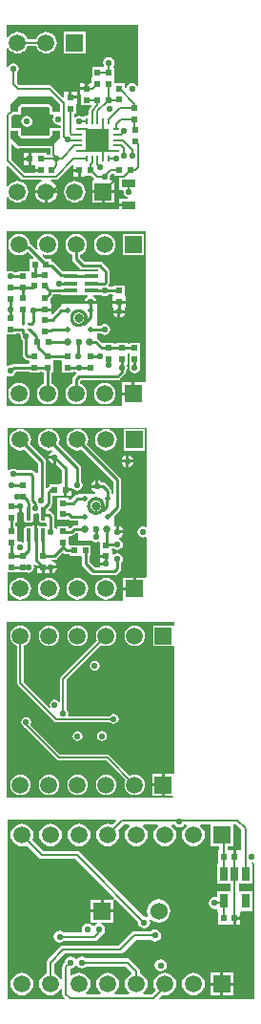
<source format=gbr>
%TF.GenerationSoftware,Altium Limited,Altium Designer,22.6.1 (34)*%
G04 Layer_Physical_Order=4*
G04 Layer_Color=16711680*
%FSLAX45Y45*%
%MOMM*%
%TF.SameCoordinates,41C29604-6FBD-4392-AD62-CF0DA8D1722B*%
%TF.FilePolarity,Positive*%
%TF.FileFunction,Copper,L4,Bot,Signal*%
%TF.Part,CustomerPanel*%
G01*
G75*
%TA.AperFunction,SMDPad,CuDef*%
%ADD11R,0.50000X0.60000*%
%ADD12R,0.60000X0.50000*%
%ADD13R,1.30000X0.40000*%
%TA.AperFunction,Conductor*%
%ADD14C,0.25400*%
%ADD19C,0.20320*%
%TA.AperFunction,ComponentPad*%
%ADD25R,1.50000X1.50000*%
%ADD26C,1.50000*%
%ADD27C,0.80000*%
%TA.AperFunction,ViaPad*%
%ADD28C,0.55880*%
%ADD29C,0.63500*%
%TA.AperFunction,ComponentPad*%
%ADD30C,1.52400*%
%ADD31R,1.52400X1.52400*%
%TA.AperFunction,SMDPad,CuDef*%
G04:AMPARAMS|DCode=32|XSize=1.19mm|YSize=0.4mm|CornerRadius=0.1mm|HoleSize=0mm|Usage=FLASHONLY|Rotation=90.000|XOffset=0mm|YOffset=0mm|HoleType=Round|Shape=RoundedRectangle|*
%AMROUNDEDRECTD32*
21,1,1.19000,0.20000,0,0,90.0*
21,1,0.99000,0.40000,0,0,90.0*
1,1,0.20000,0.10000,0.49500*
1,1,0.20000,0.10000,-0.49500*
1,1,0.20000,-0.10000,-0.49500*
1,1,0.20000,-0.10000,0.49500*
%
%ADD32ROUNDEDRECTD32*%
%TA.AperFunction,ConnectorPad*%
%ADD33R,0.60000X0.50000*%
%TA.AperFunction,SMDPad,CuDef*%
%ADD34R,0.15000X0.15000*%
%ADD35C,0.65000*%
%ADD36C,0.46000*%
%ADD37C,0.60000*%
%ADD38C,0.25400*%
G04:AMPARAMS|DCode=39|XSize=0.9017mm|YSize=0.7112mm|CornerRadius=0mm|HoleSize=0mm|Usage=FLASHONLY|Rotation=45.000|XOffset=0mm|YOffset=0mm|HoleType=Round|Shape=Rectangle|*
%AMROTATEDRECTD39*
4,1,4,-0.06735,-0.57025,-0.57025,-0.06735,0.06735,0.57025,0.57025,0.06735,-0.06735,-0.57025,0.0*
%
%ADD39ROTATEDRECTD39*%

G04:AMPARAMS|DCode=40|XSize=0.9017mm|YSize=0.7112mm|CornerRadius=0mm|HoleSize=0mm|Usage=FLASHONLY|Rotation=135.000|XOffset=0mm|YOffset=0mm|HoleType=Round|Shape=Rectangle|*
%AMROTATEDRECTD40*
4,1,4,0.57025,-0.06735,0.06735,-0.57025,-0.57025,0.06735,-0.06735,0.57025,0.57025,-0.06735,0.0*
%
%ADD40ROTATEDRECTD40*%

%ADD41R,0.71120X0.80010*%
%ADD42R,3.12420X0.71120*%
%ADD43R,2.05000X2.05000*%
%ADD44O,0.24000X0.60000*%
%ADD45O,0.60000X0.24000*%
%TA.AperFunction,ConnectorPad*%
%ADD46R,1.30000X0.70000*%
%ADD47R,0.70000X1.25000*%
G36*
X1035886Y7958241D02*
X1024139Y7955040D01*
X1023186Y7955230D01*
X1012853Y7970693D01*
X996890Y7981360D01*
X978060Y7985105D01*
X959230Y7981360D01*
X943267Y7970693D01*
X932600Y7954730D01*
X931554Y7949472D01*
X919190Y7942610D01*
X917268Y7942748D01*
X915520Y7945076D01*
Y7982020D01*
X823420D01*
Y8018380D01*
X823420Y8021720D01*
Y8031080D01*
X823420Y8034420D01*
Y8121720D01*
X815600D01*
X813872Y8123870D01*
X809974Y8134420D01*
X818560Y8147270D01*
X822305Y8166100D01*
X818560Y8184930D01*
X807893Y8200893D01*
X791930Y8211560D01*
X773100Y8215305D01*
X754270Y8211560D01*
X738307Y8200893D01*
X727640Y8184930D01*
X723895Y8166100D01*
X727640Y8147270D01*
X732358Y8140209D01*
X727658Y8126034D01*
X723014Y8124293D01*
X723013Y8124293D01*
X723013Y8124292D01*
X622374D01*
Y8039968D01*
X617293Y8029372D01*
X617294Y8023057D01*
Y7986300D01*
X585800D01*
Y7935898D01*
X573100D01*
Y7923198D01*
X517700D01*
Y7885500D01*
X517700D01*
X522780Y7881220D01*
Y7790580D01*
X615581D01*
X620841Y7777880D01*
X601125Y7758164D01*
X594388Y7748082D01*
X592023Y7736189D01*
Y7703639D01*
X579322Y7695015D01*
X573100Y7696253D01*
X560489Y7693745D01*
X549799Y7686601D01*
X534854Y7687095D01*
X529370Y7690760D01*
X510540Y7694505D01*
X491710Y7690760D01*
X475747Y7680093D01*
X475577Y7679840D01*
X462877Y7683693D01*
Y7714380D01*
X482120D01*
Y7798704D01*
X487200Y7809300D01*
X487201Y7809300D01*
X487200Y7809301D01*
Y7846999D01*
X431801D01*
Y7859699D01*
X419101D01*
Y7910100D01*
X376400D01*
Y7864409D01*
X364667Y7859549D01*
X265269Y7958946D01*
X255187Y7965683D01*
X243294Y7968049D01*
X-24699D01*
X-45123Y7988472D01*
Y8073176D01*
X-41407Y8075659D01*
X-30740Y8091622D01*
X-26995Y8110452D01*
X-30740Y8129282D01*
X-41407Y8145246D01*
X-57370Y8155912D01*
X-76200Y8159658D01*
X-95030Y8155912D01*
X-110993Y8145246D01*
X-121660Y8129282D01*
X-134186Y8131408D01*
Y8293602D01*
X-121486Y8296129D01*
X-121362Y8295829D01*
X-106083Y8275917D01*
X-86171Y8260638D01*
X-62983Y8251034D01*
X-38100Y8247758D01*
X-13217Y8251034D01*
X9971Y8260638D01*
X29883Y8275917D01*
X45162Y8295829D01*
X52201Y8312823D01*
X125599D01*
X132638Y8295829D01*
X147917Y8275917D01*
X167829Y8260638D01*
X191017Y8251034D01*
X215900Y8247758D01*
X240783Y8251034D01*
X263971Y8260638D01*
X283883Y8275917D01*
X299162Y8295829D01*
X308766Y8319017D01*
X312042Y8343900D01*
X308766Y8368783D01*
X299162Y8391971D01*
X283883Y8411883D01*
X263971Y8427162D01*
X240783Y8436766D01*
X215900Y8440042D01*
X191017Y8436766D01*
X167829Y8427162D01*
X147917Y8411883D01*
X132638Y8391971D01*
X125599Y8374977D01*
X52201D01*
X45162Y8391971D01*
X29883Y8411883D01*
X9971Y8427162D01*
X-13217Y8436766D01*
X-38100Y8440042D01*
X-62983Y8436766D01*
X-86171Y8427162D01*
X-106083Y8411883D01*
X-121362Y8391971D01*
X-121486Y8391671D01*
X-134186Y8394198D01*
Y8503486D01*
X1035886D01*
Y7958241D01*
D02*
G37*
G36*
X248920Y7764964D02*
Y7703655D01*
X276708D01*
X283497Y7690955D01*
X277600Y7682130D01*
X273855Y7663300D01*
X277600Y7644470D01*
X288267Y7628506D01*
X304230Y7617840D01*
X323060Y7614095D01*
X332623Y7615997D01*
X345323Y7606022D01*
Y7590625D01*
X248920D01*
Y7529316D01*
X238474Y7518870D01*
X2826D01*
X-7620Y7529316D01*
Y7590625D01*
X-93383D01*
Y7690147D01*
X-79875Y7703655D01*
X-7620D01*
Y7764964D01*
X2826Y7775410D01*
X238474D01*
X248920Y7764964D01*
D02*
G37*
G36*
X-55880Y7419524D02*
Y7407110D01*
X-43466D01*
X-35175Y7398819D01*
X-26883Y7407110D01*
X252133D01*
Y7349187D01*
X215970D01*
Y7364819D01*
X131646D01*
X121050Y7369900D01*
X121050Y7369900D01*
X121049Y7369899D01*
X83350D01*
Y7314499D01*
Y7259099D01*
X115500D01*
X115500Y7258599D01*
Y7226300D01*
X165900D01*
Y7200900D01*
X115500D01*
Y7189277D01*
X26363D01*
X-93383Y7309022D01*
Y7440433D01*
X-81650Y7445293D01*
X-55880Y7419524D01*
D02*
G37*
G36*
X457700Y7252569D02*
Y7226300D01*
X508100D01*
Y7213600D01*
X520800D01*
Y7158200D01*
X558500D01*
Y7158200D01*
X562780Y7163280D01*
X614470D01*
X641550Y7136200D01*
X636290Y7123500D01*
X623500D01*
Y7035800D01*
X723900D01*
X824300D01*
Y7123500D01*
X789375D01*
X782563Y7136200D01*
X785805Y7152501D01*
X782992Y7166643D01*
X798872Y7182523D01*
X819080D01*
Y7163280D01*
X902240D01*
X904751Y7160720D01*
X903778Y7155934D01*
X896533Y7148020D01*
X867180D01*
Y7037380D01*
X896125D01*
X904182Y7027563D01*
X903295Y7023100D01*
X907040Y7004270D01*
X917707Y6988307D01*
X933670Y6977640D01*
X942920Y6975800D01*
X941669Y6963100D01*
X862100D01*
Y6915400D01*
X952500D01*
Y6890000D01*
X862100D01*
Y6863514D01*
X-134186D01*
Y6972802D01*
X-121486Y6975329D01*
X-121362Y6975029D01*
X-106083Y6955117D01*
X-86171Y6939838D01*
X-62983Y6930234D01*
X-38100Y6926958D01*
X-13217Y6930234D01*
X9971Y6939838D01*
X29883Y6955117D01*
X45162Y6975029D01*
X54766Y6998217D01*
X58042Y7023100D01*
X54766Y7047983D01*
X45162Y7071171D01*
X29883Y7091083D01*
X9971Y7106362D01*
X-13217Y7115966D01*
X-38100Y7119242D01*
X-62983Y7115966D01*
X-86171Y7106362D01*
X-106083Y7091083D01*
X-121362Y7071171D01*
X-121486Y7070871D01*
X-134186Y7073398D01*
Y7245333D01*
X-122453Y7250193D01*
X-8485Y7136225D01*
X1597Y7129488D01*
X13490Y7127123D01*
X171489D01*
X174015Y7114423D01*
X165267Y7110799D01*
X144294Y7094706D01*
X128201Y7073733D01*
X118084Y7049310D01*
X116306Y7035800D01*
X215900D01*
X315494D01*
X313716Y7049310D01*
X303599Y7073733D01*
X287506Y7094706D01*
X266533Y7110799D01*
X257785Y7114423D01*
X260311Y7127123D01*
X301421D01*
X313314Y7129488D01*
X323396Y7136225D01*
X445000Y7257830D01*
X457700Y7252569D01*
D02*
G37*
G36*
X1099386Y5342026D02*
X1091000Y5332800D01*
X1086686Y5332800D01*
X1003300D01*
Y5232400D01*
X990600D01*
Y5219700D01*
X890200D01*
Y5136314D01*
X890200Y5132000D01*
X880974Y5123614D01*
X-134186D01*
Y5384690D01*
X-122985Y5390677D01*
X-120430Y5388970D01*
X-101600Y5385224D01*
X-82770Y5388970D01*
X-66807Y5399636D01*
X-56140Y5415600D01*
X-53647Y5428133D01*
X63980D01*
Y5416480D01*
X164620D01*
Y5428133D01*
X178280D01*
Y5416480D01*
X194933D01*
Y5321628D01*
X180529Y5315662D01*
X160617Y5300383D01*
X145338Y5280471D01*
X135734Y5257283D01*
X132458Y5232400D01*
X135734Y5207517D01*
X145338Y5184329D01*
X160617Y5164417D01*
X180529Y5149138D01*
X203717Y5139534D01*
X228600Y5136258D01*
X253483Y5139534D01*
X276671Y5149138D01*
X296583Y5164417D01*
X311862Y5184329D01*
X321466Y5207517D01*
X324742Y5232400D01*
X321466Y5257283D01*
X311862Y5280471D01*
X296583Y5300383D01*
X276671Y5315662D01*
X262267Y5321628D01*
Y5416480D01*
X278920D01*
Y5507120D01*
X278920D01*
Y5515434D01*
X281448Y5528133D01*
X345808D01*
X354788Y5519153D01*
X354788Y5507120D01*
X354788Y5503780D01*
Y5416480D01*
X455428D01*
Y5428133D01*
X468509D01*
X470236Y5425548D01*
X478233Y5420205D01*
X479329Y5417895D01*
X479399Y5404271D01*
X458794Y5383666D01*
X451496Y5372743D01*
X448933Y5359859D01*
Y5321628D01*
X434529Y5315662D01*
X414617Y5300383D01*
X399338Y5280471D01*
X389734Y5257283D01*
X386458Y5232400D01*
X389734Y5207517D01*
X399338Y5184329D01*
X414617Y5164417D01*
X434529Y5149138D01*
X457717Y5139534D01*
X482600Y5136258D01*
X507483Y5139534D01*
X530671Y5149138D01*
X550583Y5164417D01*
X565862Y5184329D01*
X575466Y5207517D01*
X578742Y5232400D01*
X575466Y5257283D01*
X565862Y5280471D01*
X550583Y5300383D01*
X530671Y5315662D01*
X516267Y5321628D01*
Y5345914D01*
X521486Y5351133D01*
X848721D01*
X861605Y5353696D01*
X872527Y5360994D01*
X909869Y5398336D01*
X917167Y5409258D01*
X919730Y5422142D01*
Y5424292D01*
X923793Y5427007D01*
X934460Y5442970D01*
X938205Y5461800D01*
X934589Y5479980D01*
X934431Y5483534D01*
X939320Y5492680D01*
X939320D01*
Y5579980D01*
X939320Y5590252D01*
X942987Y5592742D01*
X952980Y5588960D01*
Y5582520D01*
X952980Y5579180D01*
Y5491880D01*
X952980D01*
X957108Y5480890D01*
X957552Y5479180D01*
X954095Y5461800D01*
X957840Y5442970D01*
X968507Y5427007D01*
X984470Y5416340D01*
X1003300Y5412595D01*
X1022130Y5416340D01*
X1038093Y5427007D01*
X1048760Y5442970D01*
X1052505Y5461800D01*
X1049048Y5479180D01*
X1049438Y5480681D01*
X1053620Y5491880D01*
X1053620Y5491881D01*
X1053620Y5491881D01*
Y5579180D01*
X1053620Y5582520D01*
Y5591880D01*
X1053620Y5595220D01*
Y5682520D01*
X952980D01*
Y5670867D01*
X939320D01*
Y5683320D01*
X838680D01*
Y5671667D01*
X825020D01*
Y5683320D01*
X724380D01*
Y5683320D01*
X711680Y5682293D01*
X677869Y5716104D01*
X669865Y5721452D01*
Y5768633D01*
X700952D01*
X701705Y5767507D01*
X717668Y5756840D01*
X736498Y5753095D01*
X755328Y5756840D01*
X771292Y5767507D01*
X781958Y5783470D01*
X785704Y5802300D01*
X781958Y5821130D01*
X771292Y5837093D01*
X755328Y5847760D01*
X736498Y5851505D01*
X717668Y5847760D01*
X701705Y5837093D01*
X700952Y5835967D01*
X669865D01*
Y6025967D01*
X669866D01*
X664504Y6032500D01*
X554393D01*
X549031Y6025967D01*
X354208D01*
X351288Y6023046D01*
Y6002143D01*
X350961D01*
X338077Y5999580D01*
X327155Y5992282D01*
X271300Y5936427D01*
X258600Y5941688D01*
Y5963266D01*
X203198D01*
Y5988666D01*
X258600D01*
Y6026364D01*
X258600D01*
X253520Y6030644D01*
Y6078672D01*
X267407Y6092559D01*
X274706Y6103482D01*
X276327Y6111634D01*
X350311D01*
Y6104981D01*
X519109D01*
X520950Y6104981D01*
Y6104981D01*
X531810D01*
Y6104981D01*
X580200D01*
X584053Y6092281D01*
X571144Y6083656D01*
X559355Y6066012D01*
X557741Y6057900D01*
X661459D01*
X659845Y6066012D01*
X648056Y6083656D01*
X635147Y6092281D01*
X639000Y6104981D01*
X702449D01*
Y6104981D01*
X706603Y6107202D01*
X717770Y6099740D01*
X736600Y6095994D01*
X755430Y6099740D01*
X771393Y6110406D01*
X772146Y6111533D01*
X801755D01*
X809750Y6098833D01*
X808200Y6095600D01*
X808200Y6089284D01*
Y6057900D01*
X863600D01*
X919000D01*
Y6095600D01*
X913920Y6106196D01*
Y6190520D01*
X813280D01*
Y6178867D01*
X772146D01*
X771393Y6179993D01*
X767927Y6182310D01*
X766682Y6194949D01*
X773106Y6201373D01*
X780404Y6212295D01*
X782967Y6225179D01*
Y6311900D01*
X780404Y6324784D01*
X773106Y6335706D01*
X718653Y6390159D01*
X707731Y6397457D01*
X694847Y6400020D01*
X555132D01*
X516267Y6438885D01*
Y6463972D01*
X530671Y6469938D01*
X550583Y6485217D01*
X565862Y6505129D01*
X575466Y6528317D01*
X578742Y6553200D01*
X575466Y6578083D01*
X565862Y6601271D01*
X550583Y6621183D01*
X530671Y6636462D01*
X507483Y6646066D01*
X482600Y6649342D01*
X457717Y6646066D01*
X434529Y6636462D01*
X414617Y6621183D01*
X399338Y6601271D01*
X389734Y6578083D01*
X386458Y6553200D01*
X389734Y6528317D01*
X399338Y6505129D01*
X414617Y6485217D01*
X434529Y6469938D01*
X448933Y6463972D01*
Y6424939D01*
X451496Y6412056D01*
X458794Y6401133D01*
X517380Y6342547D01*
X528302Y6335249D01*
X541186Y6332686D01*
X674976D01*
X678256Y6328319D01*
X671912Y6315619D01*
X531810D01*
Y6315619D01*
X520950D01*
Y6315619D01*
X361665D01*
X287124Y6390159D01*
X276202Y6397457D01*
X263318Y6400020D01*
X260417D01*
Y6425720D01*
X212390D01*
X182900Y6455210D01*
X190094Y6465976D01*
X203717Y6460334D01*
X228600Y6457058D01*
X253483Y6460334D01*
X276671Y6469938D01*
X296583Y6485217D01*
X311862Y6505129D01*
X321466Y6528317D01*
X324742Y6553200D01*
X321466Y6578083D01*
X311862Y6601271D01*
X296583Y6621183D01*
X276671Y6636462D01*
X253483Y6646066D01*
X228600Y6649342D01*
X203717Y6646066D01*
X180529Y6636462D01*
X160617Y6621183D01*
X145338Y6601271D01*
X135734Y6578083D01*
X132458Y6553200D01*
X135734Y6528317D01*
X141376Y6514694D01*
X130610Y6507500D01*
X84329Y6553781D01*
X73406Y6561079D01*
X69605Y6561835D01*
X67466Y6578083D01*
X57862Y6601271D01*
X42583Y6621183D01*
X22671Y6636462D01*
X-517Y6646066D01*
X-25400Y6649342D01*
X-50283Y6646066D01*
X-73471Y6636462D01*
X-93383Y6621183D01*
X-108662Y6601271D01*
X-118266Y6578083D01*
X-121542Y6553200D01*
X-118266Y6528317D01*
X-108662Y6505129D01*
X-93383Y6485217D01*
X-73471Y6469938D01*
X-50283Y6460334D01*
X-25400Y6457058D01*
X-517Y6460334D01*
X22671Y6469938D01*
X42583Y6485217D01*
X43269Y6486112D01*
X55942Y6486943D01*
X105432Y6437453D01*
X100572Y6425720D01*
X69778D01*
Y6331022D01*
X63980D01*
Y6328227D01*
X63020Y6315925D01*
X-37620D01*
Y6304272D01*
X-66054D01*
X-66807Y6305398D01*
X-82770Y6316065D01*
X-101600Y6319810D01*
X-120430Y6316065D01*
X-122985Y6314357D01*
X-134186Y6320344D01*
Y6674686D01*
X1099386D01*
Y5342026D01*
D02*
G37*
G36*
X513712Y5980190D02*
X517629Y5979783D01*
X521519Y5979176D01*
X525374Y5978371D01*
X529182Y5977369D01*
X532934Y5976174D01*
X536620Y5974789D01*
X540230Y5973217D01*
X543755Y5971462D01*
X547185Y5969529D01*
X550512Y5967423D01*
X553727Y5965149D01*
X556822Y5962714D01*
X559788Y5960124D01*
X562617Y5957386D01*
X565302Y5954506D01*
X567837Y5951492D01*
X570214Y5948353D01*
X572427Y5945097D01*
X574471Y5941731D01*
X576340Y5938265D01*
X578029Y5934708D01*
X579534Y5931069D01*
X580850Y5927358D01*
X581975Y5923585D01*
X582905Y5919759D01*
X583639Y5915890D01*
X584173Y5911989D01*
X584507Y5908065D01*
X584640Y5904130D01*
X584608Y5902300D01*
Y5898300D01*
X584430Y5895710D01*
X583981Y5891923D01*
X583349Y5888162D01*
X582537Y5884436D01*
X581545Y5880753D01*
X580377Y5877122D01*
X579035Y5873552D01*
X577523Y5870051D01*
X575843Y5866627D01*
X574000Y5863288D01*
X571997Y5860042D01*
X569841Y5856896D01*
X567535Y5853858D01*
X565085Y5850935D01*
X562497Y5848134D01*
X559777Y5845460D01*
X556931Y5842922D01*
X553965Y5840523D01*
X550888Y5838271D01*
X547705Y5836169D01*
X544424Y5834224D01*
X541054Y5832439D01*
X537601Y5830819D01*
X534074Y5829368D01*
X530481Y5828089D01*
X526831Y5826984D01*
X523131Y5826057D01*
X519391Y5825310D01*
X515619Y5824744D01*
X511825Y5824361D01*
X510608Y5824300D01*
X504566D01*
X500487Y5824514D01*
X496424Y5824941D01*
X492389Y5825580D01*
X488393Y5826429D01*
X484448Y5827486D01*
X480563Y5828749D01*
X476749Y5830213D01*
X473017Y5831874D01*
X469377Y5833728D01*
X465840Y5835771D01*
X462414Y5837996D01*
X459109Y5840397D01*
X455934Y5842968D01*
X452898Y5845701D01*
X450010Y5848590D01*
X447276Y5851625D01*
X444705Y5854800D01*
X442304Y5858105D01*
X440080Y5861531D01*
X438037Y5865069D01*
X436183Y5868708D01*
X434521Y5872440D01*
X433057Y5876254D01*
X431795Y5880139D01*
X430737Y5884084D01*
X429888Y5888080D01*
X429249Y5892115D01*
X428822Y5896178D01*
X428608Y5900257D01*
Y5902300D01*
Y5905300D01*
X428687Y5907585D01*
X429010Y5911402D01*
X429521Y5915199D01*
X430219Y5918966D01*
X431103Y5922694D01*
X432169Y5926374D01*
X433416Y5929996D01*
X434841Y5933553D01*
X436440Y5937034D01*
X438209Y5940433D01*
X440144Y5943739D01*
X442240Y5946947D01*
X444492Y5950046D01*
X446894Y5953030D01*
X449441Y5955893D01*
X452127Y5958625D01*
X454944Y5961222D01*
X457886Y5963676D01*
X460945Y5965982D01*
X464116Y5968133D01*
X467388Y5970125D01*
X470755Y5971954D01*
X474208Y5973613D01*
X477739Y5975100D01*
X481339Y5976410D01*
X485000Y5977541D01*
X488712Y5978489D01*
X492466Y5979253D01*
X496254Y5979831D01*
X500065Y5980220D01*
X501608Y5980300D01*
Y5950300D01*
X500821Y5950232D01*
X498547Y5949922D01*
X496291Y5949503D01*
X494058Y5948975D01*
X491852Y5948340D01*
X489681Y5947599D01*
X487547Y5946754D01*
X485456Y5945808D01*
X483414Y5944761D01*
X481425Y5943617D01*
X479493Y5942378D01*
X477623Y5941048D01*
X475820Y5939629D01*
X474087Y5938124D01*
X472429Y5936538D01*
X470849Y5934873D01*
X469352Y5933135D01*
X467940Y5931325D01*
X466617Y5929450D01*
X465386Y5927513D01*
X464251Y5925520D01*
X463212Y5923473D01*
X462274Y5921379D01*
X461438Y5919242D01*
X460706Y5917067D01*
X460080Y5914859D01*
X459561Y5912623D01*
X459151Y5910366D01*
X458850Y5908091D01*
X458659Y5905804D01*
X458608Y5904300D01*
Y5898300D01*
X458706Y5897178D01*
X459007Y5894945D01*
X459411Y5892728D01*
X459918Y5890533D01*
X460526Y5888363D01*
X461235Y5886224D01*
X462043Y5884121D01*
X462947Y5882057D01*
X463946Y5880038D01*
X465039Y5878067D01*
X466222Y5876150D01*
X467492Y5874289D01*
X468848Y5872489D01*
X470287Y5870755D01*
X471804Y5869089D01*
X473397Y5867496D01*
X475063Y5865979D01*
X476797Y5864540D01*
X478597Y5863185D01*
X480457Y5861914D01*
X482375Y5860731D01*
X484346Y5859639D01*
X486365Y5858639D01*
X488429Y5857735D01*
X490532Y5856927D01*
X492671Y5856218D01*
X494841Y5855610D01*
X497036Y5855103D01*
X499252Y5854699D01*
X501486Y5854398D01*
X502608Y5854300D01*
X507865D01*
X510375Y5854432D01*
X512875Y5854694D01*
X515358Y5855088D01*
X517817Y5855610D01*
X520245Y5856261D01*
X522636Y5857038D01*
X524983Y5857938D01*
X527279Y5858961D01*
X529519Y5860102D01*
X531696Y5861359D01*
X533805Y5862728D01*
X535838Y5864206D01*
X537792Y5865788D01*
X539660Y5867470D01*
X541438Y5869248D01*
X543120Y5871116D01*
X544702Y5873069D01*
X546180Y5875103D01*
X547549Y5877211D01*
X548806Y5879388D01*
X549947Y5881628D01*
X550969Y5883924D01*
X551870Y5886271D01*
X552647Y5888662D01*
X553298Y5891091D01*
X553821Y5893549D01*
X554214Y5896032D01*
X554476Y5898533D01*
X554608Y5901043D01*
Y5902300D01*
Y5903300D01*
X554610Y5904085D01*
X554496Y5906409D01*
X554269Y5908724D01*
X553929Y5911026D01*
X553477Y5913308D01*
X552914Y5915566D01*
X552242Y5917794D01*
X551461Y5919985D01*
X550575Y5922136D01*
X549584Y5924242D01*
X548492Y5926296D01*
X547300Y5928295D01*
X546013Y5930233D01*
X544632Y5932105D01*
X543161Y5933908D01*
X541605Y5935637D01*
X539965Y5937288D01*
X538247Y5938857D01*
X536455Y5940340D01*
X534591Y5941734D01*
X532662Y5943035D01*
X530672Y5944240D01*
X528626Y5945347D01*
X526527Y5946352D01*
X524382Y5947254D01*
X522196Y5948050D01*
X519974Y5948738D01*
X517720Y5949317D01*
X515441Y5949784D01*
X513141Y5950140D01*
X511608Y5950300D01*
Y5980300D01*
X513712Y5980190D01*
D02*
G37*
G36*
X-18404Y5757635D02*
X-11106Y5746713D01*
X-10058Y5745665D01*
X-11105Y5740400D01*
X-7360Y5721570D01*
X3307Y5705607D01*
X4433Y5704854D01*
Y5577079D01*
X6996Y5564195D01*
X14294Y5553273D01*
X29173Y5538394D01*
X40095Y5531096D01*
X52979Y5528533D01*
X62417D01*
X63980Y5516480D01*
Y5508166D01*
X61452Y5495467D01*
X-71481D01*
X-84365Y5492904D01*
X-95287Y5485606D01*
X-97979Y5482915D01*
X-101600Y5483635D01*
X-120430Y5479889D01*
X-122985Y5478182D01*
X-134186Y5484169D01*
Y5756238D01*
X-51280D01*
Y5767891D01*
X-20444D01*
X-18404Y5757635D01*
D02*
G37*
G36*
X664742Y4315429D02*
X668659Y4315022D01*
X672549Y4314415D01*
X676404Y4313610D01*
X680212Y4312608D01*
X683964Y4311413D01*
X687650Y4310028D01*
X691260Y4308456D01*
X694785Y4306701D01*
X698215Y4304768D01*
X701542Y4302662D01*
X704757Y4300388D01*
X707852Y4297953D01*
X710817Y4295363D01*
X713647Y4292625D01*
X716332Y4289745D01*
X718867Y4286731D01*
X721244Y4283592D01*
X723457Y4280336D01*
X725501Y4276970D01*
X727370Y4273504D01*
X729059Y4269947D01*
X730563Y4266308D01*
X731880Y4262597D01*
X733005Y4258824D01*
X733935Y4254998D01*
X734669Y4251129D01*
X735203Y4247227D01*
X735537Y4243304D01*
X735670Y4239369D01*
X735638Y4237539D01*
Y4233539D01*
X735460Y4230949D01*
X735011Y4227162D01*
X734379Y4223400D01*
X733566Y4219674D01*
X732575Y4215991D01*
X731407Y4212361D01*
X730065Y4208791D01*
X728553Y4205290D01*
X726873Y4201866D01*
X725030Y4198527D01*
X723027Y4195280D01*
X720871Y4192135D01*
X718565Y4189097D01*
X716115Y4186174D01*
X713527Y4183372D01*
X710807Y4180699D01*
X707960Y4178161D01*
X704995Y4175762D01*
X701918Y4173510D01*
X698735Y4171408D01*
X695454Y4169463D01*
X692084Y4167678D01*
X688631Y4166058D01*
X685104Y4164607D01*
X681511Y4163327D01*
X677860Y4162223D01*
X674161Y4161296D01*
X670421Y4160549D01*
X666649Y4159983D01*
X662855Y4159600D01*
X661638Y4159539D01*
X655596D01*
X651517Y4159753D01*
X647454Y4160180D01*
X643419Y4160818D01*
X639423Y4161668D01*
X635478Y4162725D01*
X631593Y4163987D01*
X627779Y4165451D01*
X624047Y4167113D01*
X620407Y4168967D01*
X616869Y4171010D01*
X613444Y4173235D01*
X610139Y4175636D01*
X606964Y4178207D01*
X603928Y4180940D01*
X601040Y4183828D01*
X598306Y4186864D01*
X595735Y4190039D01*
X593334Y4193344D01*
X591110Y4196770D01*
X589067Y4200307D01*
X587212Y4203947D01*
X585551Y4207679D01*
X584087Y4211492D01*
X582825Y4215378D01*
X581767Y4219323D01*
X580918Y4223319D01*
X580279Y4227354D01*
X579852Y4231416D01*
X579638Y4235496D01*
Y4237539D01*
Y4240539D01*
X579717Y4242823D01*
X580040Y4246641D01*
X580551Y4250438D01*
X581249Y4254205D01*
X582132Y4257933D01*
X583199Y4261613D01*
X584446Y4265235D01*
X585871Y4268792D01*
X587470Y4272273D01*
X589239Y4275672D01*
X591174Y4278978D01*
X593270Y4282186D01*
X595522Y4285285D01*
X597924Y4288269D01*
X600471Y4291132D01*
X603157Y4293864D01*
X605974Y4296461D01*
X608916Y4298915D01*
X611975Y4301221D01*
X615146Y4303372D01*
X618418Y4305364D01*
X621785Y4307193D01*
X625238Y4308852D01*
X628769Y4310339D01*
X632369Y4311649D01*
X636030Y4312780D01*
X639742Y4313728D01*
X643496Y4314492D01*
X647283Y4315070D01*
X651095Y4315459D01*
X652638Y4315539D01*
Y4285539D01*
X651851Y4285471D01*
X649577Y4285161D01*
X647321Y4284742D01*
X645088Y4284214D01*
X642882Y4283579D01*
X640710Y4282838D01*
X638577Y4281993D01*
X636486Y4281047D01*
X634444Y4280000D01*
X632455Y4278856D01*
X630523Y4277617D01*
X628653Y4276287D01*
X626850Y4274868D01*
X625117Y4273363D01*
X623459Y4271777D01*
X621879Y4270112D01*
X620382Y4268374D01*
X618970Y4266564D01*
X617647Y4264689D01*
X616416Y4262752D01*
X615281Y4260758D01*
X614242Y4258712D01*
X613304Y4256617D01*
X612468Y4254480D01*
X611736Y4252305D01*
X611110Y4250098D01*
X610591Y4247862D01*
X610181Y4245604D01*
X609880Y4243330D01*
X609689Y4241043D01*
X609638Y4239539D01*
Y4233539D01*
X609736Y4232417D01*
X610037Y4230184D01*
X610441Y4227967D01*
X610948Y4225772D01*
X611556Y4223602D01*
X612265Y4221463D01*
X613072Y4219360D01*
X613977Y4217296D01*
X614976Y4215277D01*
X616069Y4213306D01*
X617251Y4211388D01*
X618522Y4209528D01*
X619878Y4207728D01*
X621317Y4205994D01*
X622834Y4204328D01*
X624427Y4202735D01*
X626093Y4201218D01*
X627827Y4199779D01*
X629627Y4198423D01*
X631487Y4197152D01*
X633405Y4195970D01*
X635376Y4194877D01*
X637395Y4193878D01*
X639459Y4192973D01*
X641562Y4192166D01*
X643701Y4191457D01*
X645870Y4190849D01*
X648066Y4190342D01*
X650282Y4189938D01*
X652516Y4189637D01*
X653638Y4189539D01*
X658895D01*
X661405Y4189670D01*
X663905Y4189933D01*
X666388Y4190326D01*
X668847Y4190849D01*
X671275Y4191500D01*
X673666Y4192276D01*
X676013Y4193177D01*
X678309Y4194200D01*
X680549Y4195341D01*
X682726Y4196598D01*
X684835Y4197967D01*
X686868Y4199444D01*
X688822Y4201027D01*
X690690Y4202709D01*
X692468Y4204486D01*
X694150Y4206354D01*
X695732Y4208308D01*
X697209Y4210342D01*
X698578Y4212450D01*
X699836Y4214627D01*
X700977Y4216867D01*
X701999Y4219163D01*
X702900Y4221510D01*
X703677Y4223901D01*
X704328Y4226329D01*
X704851Y4228788D01*
X705244Y4231271D01*
X705506Y4233771D01*
X705638Y4236282D01*
Y4237539D01*
Y4238539D01*
X705639Y4239324D01*
X705526Y4241648D01*
X705299Y4243963D01*
X704959Y4246265D01*
X704507Y4248547D01*
X703944Y4250805D01*
X703272Y4253032D01*
X702491Y4255224D01*
X701605Y4257375D01*
X700614Y4259480D01*
X699522Y4261535D01*
X698330Y4263534D01*
X697043Y4265472D01*
X695662Y4267344D01*
X694191Y4269147D01*
X692635Y4270876D01*
X690995Y4272527D01*
X689277Y4274096D01*
X687485Y4275579D01*
X685621Y4276973D01*
X683692Y4278274D01*
X681702Y4279479D01*
X679655Y4280586D01*
X677557Y4281591D01*
X675412Y4282493D01*
X673226Y4283289D01*
X671003Y4283977D01*
X668750Y4284556D01*
X666471Y4285023D01*
X664171Y4285379D01*
X662638Y4285539D01*
Y4315539D01*
X664742Y4315429D01*
D02*
G37*
G36*
X-2662Y4179558D02*
X5450Y4181171D01*
X7223Y4182356D01*
X18424Y4176369D01*
Y4120539D01*
X20777Y4108709D01*
X27478Y4098679D01*
X37508Y4091978D01*
X49338Y4089625D01*
X69338D01*
X81168Y4091978D01*
X91197Y4098679D01*
X97899Y4108709D01*
X100252Y4120539D01*
Y4161605D01*
X112952Y4171495D01*
X122695Y4169557D01*
X135724Y4172148D01*
X148424Y4163800D01*
Y4120539D01*
X150777Y4108709D01*
X157479Y4098679D01*
X167508Y4091978D01*
X179338Y4089625D01*
X199338D01*
X211168Y4091978D01*
X211597Y4092265D01*
X224297Y4085476D01*
Y4062601D01*
X211597Y4055813D01*
X211168Y4056100D01*
X199338Y4058453D01*
X179338D01*
X167508Y4056100D01*
X162249Y4052586D01*
X159860Y4053061D01*
X148150Y4060885D01*
X137038Y4063095D01*
Y3978039D01*
X111638D01*
Y4063095D01*
X100526Y4060885D01*
X88816Y4053061D01*
X86427Y4052586D01*
X81168Y4056100D01*
X69338Y4058453D01*
X49338D01*
X37508Y4056100D01*
X27478Y4049398D01*
X20777Y4039369D01*
X18424Y4027539D01*
Y3928539D01*
X19997Y3920630D01*
X9616Y3912292D01*
X3468Y3916400D01*
X-15362Y3920146D01*
X-28542Y3917524D01*
X-41242Y3925801D01*
Y3955056D01*
X-41241D01*
Y3964422D01*
X-41242D01*
Y4055061D01*
X-57895D01*
Y4089451D01*
X-41242D01*
Y4170216D01*
X-41082Y4170562D01*
X-28542Y4179653D01*
X-28062Y4179558D01*
Y4231416D01*
X-2662D01*
Y4179558D01*
D02*
G37*
G36*
X1109424Y4057104D02*
X1098223Y4051117D01*
X1095668Y4052824D01*
X1076838Y4056570D01*
X1058008Y4052824D01*
X1042045Y4042158D01*
X1031378Y4026194D01*
X1027633Y4007364D01*
X1031378Y3988534D01*
X1042045Y3972571D01*
X1058008Y3961904D01*
X1076838Y3958159D01*
X1095668Y3961904D01*
X1098223Y3963612D01*
X1109424Y3957625D01*
Y3612165D01*
X1101038Y3602939D01*
X1096724Y3602939D01*
X1013338D01*
Y3502539D01*
X1000638D01*
Y3489839D01*
X900238D01*
Y3406453D01*
X900238Y3402139D01*
X891012Y3393753D01*
X-124148D01*
Y3648516D01*
X-41242D01*
Y3648516D01*
X-40281D01*
Y3648516D01*
X40298D01*
X40508Y3648376D01*
X59338Y3644631D01*
X78168Y3648376D01*
X94131Y3659043D01*
X104798Y3675006D01*
X108543Y3693836D01*
X104798Y3712666D01*
X104521Y3713081D01*
X114386Y3721176D01*
X129027Y3706535D01*
X189339D01*
Y3693835D01*
X202039D01*
Y3643436D01*
X237930D01*
X245264Y3641977D01*
Y3693836D01*
X257964D01*
Y3706536D01*
X309823D01*
X308209Y3714649D01*
X296420Y3732292D01*
X278776Y3744082D01*
X261745Y3747469D01*
X262996Y3760169D01*
X288534D01*
X301418Y3762732D01*
X312340Y3770030D01*
X365638Y3823328D01*
X372574Y3816392D01*
X383496Y3809094D01*
X396380Y3806532D01*
X422716D01*
Y3789879D01*
X510020D01*
X513356Y3789878D01*
X522720D01*
X534374Y3780624D01*
Y3722734D01*
X536936Y3709850D01*
X544234Y3698928D01*
X612029Y3631133D01*
X622952Y3623835D01*
X635835Y3621272D01*
X822838D01*
X835722Y3623835D01*
X846644Y3631133D01*
X872044Y3656533D01*
X879342Y3667455D01*
X881905Y3680339D01*
Y3733693D01*
X883032Y3734445D01*
X893698Y3750409D01*
X897443Y3769239D01*
X893698Y3788069D01*
X883032Y3804032D01*
X867068Y3814699D01*
X848238Y3818444D01*
X829408Y3814699D01*
X814738Y3804897D01*
X808816Y3806381D01*
X802038Y3809821D01*
X802038Y3840596D01*
X797591Y3849872D01*
X799781Y3856415D01*
X801593Y3858226D01*
X813445Y3861445D01*
X829408Y3850779D01*
X848238Y3847033D01*
X867068Y3850779D01*
X883032Y3861445D01*
X893698Y3877409D01*
X897443Y3896239D01*
X893698Y3915069D01*
X883032Y3931032D01*
X867068Y3941699D01*
X861847Y3942737D01*
Y3955686D01*
X869050Y3957119D01*
X886694Y3968908D01*
X898483Y3986552D01*
X900097Y3994664D01*
X848238D01*
Y4007364D01*
X835538D01*
Y4059223D01*
X829908Y4058103D01*
X817208Y4064894D01*
Y4147994D01*
X872044Y4202831D01*
X879342Y4213753D01*
X881905Y4226637D01*
Y4467739D01*
X879342Y4480623D01*
X872044Y4491545D01*
X579538Y4784051D01*
X585504Y4798455D01*
X588780Y4823339D01*
X585504Y4848222D01*
X575900Y4871410D01*
X560621Y4891322D01*
X540709Y4906601D01*
X517521Y4916205D01*
X492638Y4919481D01*
X467755Y4916205D01*
X444567Y4906601D01*
X424655Y4891322D01*
X409376Y4871410D01*
X399772Y4848222D01*
X396496Y4823339D01*
X399772Y4798455D01*
X409376Y4775268D01*
X424655Y4755356D01*
X444567Y4740077D01*
X467755Y4730473D01*
X492638Y4727197D01*
X517521Y4730473D01*
X531926Y4736439D01*
X814571Y4453793D01*
Y4348062D01*
X792807D01*
Y4373363D01*
X790244Y4386247D01*
X782946Y4397169D01*
X745050Y4435065D01*
X734128Y4442363D01*
X721244Y4444926D01*
X710315D01*
X707115Y4449715D01*
X689471Y4461504D01*
X681359Y4463118D01*
Y4411259D01*
X668659D01*
Y4398559D01*
X616800D01*
X618414Y4390447D01*
X630203Y4372803D01*
X647847Y4361014D01*
X649109Y4360762D01*
X647858Y4348062D01*
X501551D01*
X498630Y4345142D01*
Y4335203D01*
X491878D01*
X478994Y4332641D01*
X468072Y4325343D01*
X439752Y4297023D01*
X417558D01*
Y4308676D01*
X316918D01*
Y4218037D01*
X316918D01*
Y4208676D01*
X316918D01*
Y4118036D01*
X413013D01*
X417316Y4113733D01*
X428238Y4106435D01*
X441122Y4103872D01*
X498630D01*
Y4061203D01*
X462010D01*
X449126Y4058641D01*
X438204Y4051343D01*
X428658Y4041797D01*
X415958Y4042879D01*
Y4055061D01*
X315318D01*
Y4035968D01*
X313187Y4034410D01*
X295920Y4037424D01*
X292758Y4042158D01*
X291631Y4042910D01*
Y4138815D01*
X289069Y4151699D01*
X281770Y4162621D01*
X258826Y4185566D01*
X247904Y4192864D01*
X239840Y4194468D01*
X235325Y4205875D01*
X235386Y4207975D01*
X258826Y4231414D01*
X266124Y4242337D01*
X268687Y4255221D01*
Y4328519D01*
X327563D01*
X338158Y4323439D01*
X344474Y4323439D01*
X375858D01*
Y4378839D01*
X388558D01*
Y4391539D01*
X447579D01*
X451658Y4392776D01*
X457090Y4384647D01*
X473054Y4373980D01*
X491884Y4370235D01*
X510714Y4373980D01*
X526677Y4384647D01*
X537344Y4400610D01*
X541089Y4419440D01*
X537344Y4438270D01*
X526677Y4454234D01*
X525551Y4454986D01*
Y4570093D01*
X522988Y4582977D01*
X515690Y4593899D01*
X325538Y4784051D01*
X331504Y4798455D01*
X334780Y4823339D01*
X331504Y4848222D01*
X321900Y4871410D01*
X306621Y4891322D01*
X286709Y4906601D01*
X263521Y4916205D01*
X238638Y4919481D01*
X213755Y4916205D01*
X190567Y4906601D01*
X170655Y4891322D01*
X155376Y4871410D01*
X145772Y4848222D01*
X142496Y4823339D01*
X145772Y4798455D01*
X155376Y4775268D01*
X170655Y4755356D01*
X190567Y4740077D01*
X213755Y4730473D01*
X238638Y4727197D01*
X263521Y4730473D01*
X267746Y4719237D01*
X250103Y4707448D01*
X238313Y4689804D01*
X236700Y4681692D01*
X288558D01*
Y4668992D01*
X301258D01*
Y4608680D01*
X354891Y4555047D01*
Y4443219D01*
X345911Y4434239D01*
X338158Y4434239D01*
X327563Y4429159D01*
X243239D01*
Y4408712D01*
X234158Y4402645D01*
X223412Y4391899D01*
X210712Y4397160D01*
Y4630932D01*
X208149Y4643815D01*
X200852Y4654738D01*
X71538Y4784051D01*
X77504Y4798455D01*
X80780Y4823339D01*
X77504Y4848222D01*
X67900Y4871410D01*
X52621Y4891322D01*
X32709Y4906601D01*
X9521Y4916205D01*
X-15362Y4919481D01*
X-40245Y4916205D01*
X-63433Y4906601D01*
X-83345Y4891322D01*
X-98624Y4871410D01*
X-108228Y4848222D01*
X-111504Y4823339D01*
X-108228Y4798455D01*
X-98624Y4775268D01*
X-83345Y4755356D01*
X-63433Y4740077D01*
X-40245Y4730473D01*
X-15362Y4727197D01*
X9521Y4730473D01*
X23926Y4736439D01*
X143378Y4616986D01*
Y4531778D01*
X141342Y4530263D01*
X130678Y4527050D01*
X115485Y4542243D01*
X104563Y4549541D01*
X91679Y4552104D01*
X-42513D01*
X-43266Y4553231D01*
X-59229Y4563897D01*
X-78059Y4567643D01*
X-96889Y4563897D01*
X-111448Y4554169D01*
X-117685Y4555779D01*
X-124148Y4559186D01*
Y4932125D01*
X1109424D01*
Y4057104D01*
D02*
G37*
G36*
X498630Y3929936D02*
X620965D01*
X622843Y3927124D01*
X638806Y3916458D01*
X657636Y3912713D01*
X676467Y3916458D01*
X683618Y3921237D01*
X696318Y3914448D01*
Y3851192D01*
X691238Y3840596D01*
X691238Y3834280D01*
Y3802897D01*
X746637D01*
Y3777497D01*
X691238D01*
Y3739796D01*
X691238D01*
X694787Y3735472D01*
X694779Y3735434D01*
X746638D01*
Y3710034D01*
X694779D01*
X696393Y3701921D01*
X697806Y3699806D01*
X691819Y3688606D01*
X649781D01*
X601707Y3736679D01*
Y3789879D01*
X613360D01*
Y3890519D01*
X526056D01*
X522721Y3890519D01*
X513356D01*
X510020Y3890519D01*
X422716D01*
X415958Y3900419D01*
Y3951721D01*
X415958Y3955061D01*
Y3964421D01*
X426199Y3973697D01*
X441838D01*
X454722Y3976260D01*
X465644Y3983558D01*
X475956Y3993870D01*
X498630D01*
Y3929936D01*
D02*
G37*
G36*
X1358565Y3180382D02*
X1347540Y3176340D01*
X1345865Y3176340D01*
X1167060D01*
Y2995860D01*
X1345865D01*
X1347540Y2995860D01*
X1358565Y2991818D01*
Y1878041D01*
X1357700Y1865700D01*
X1345865Y1865700D01*
X1270000D01*
Y1765300D01*
Y1664900D01*
X1341292Y1664900D01*
X1346861Y1652200D01*
X1346064Y1651335D01*
X-139365D01*
Y3212765D01*
X1358565Y3212765D01*
Y3180382D01*
D02*
G37*
G36*
X837945Y1448021D02*
X802586Y1412662D01*
X788210Y1418617D01*
X762000Y1422067D01*
X735790Y1418617D01*
X711367Y1408500D01*
X690394Y1392407D01*
X674301Y1371434D01*
X664184Y1347011D01*
X660734Y1320801D01*
X664184Y1294591D01*
X674301Y1270168D01*
X690394Y1249195D01*
X711367Y1233102D01*
X735790Y1222985D01*
X762000Y1219535D01*
X788210Y1222985D01*
X812633Y1233102D01*
X833606Y1249195D01*
X849699Y1270168D01*
X859816Y1294591D01*
X863266Y1320801D01*
X859816Y1347011D01*
X853861Y1361387D01*
X904018Y1411544D01*
X948472D01*
X952783Y1398844D01*
X944394Y1392407D01*
X928301Y1371434D01*
X918184Y1347011D01*
X914734Y1320801D01*
X918184Y1294591D01*
X928301Y1270168D01*
X944394Y1249195D01*
X965367Y1233102D01*
X989790Y1222985D01*
X1016000Y1219535D01*
X1042210Y1222985D01*
X1066633Y1233102D01*
X1087606Y1249195D01*
X1103699Y1270168D01*
X1113816Y1294591D01*
X1117266Y1320801D01*
X1113816Y1347011D01*
X1103699Y1371434D01*
X1087606Y1392407D01*
X1079217Y1398844D01*
X1083528Y1411544D01*
X1202472D01*
X1206783Y1398844D01*
X1198394Y1392407D01*
X1182301Y1371434D01*
X1172184Y1347011D01*
X1168734Y1320801D01*
X1172184Y1294591D01*
X1182301Y1270168D01*
X1198394Y1249195D01*
X1219367Y1233102D01*
X1243790Y1222985D01*
X1270000Y1219535D01*
X1296210Y1222985D01*
X1320633Y1233102D01*
X1341606Y1249195D01*
X1357699Y1270168D01*
X1367816Y1294591D01*
X1371266Y1320801D01*
X1367816Y1347011D01*
X1357699Y1371434D01*
X1341606Y1392407D01*
X1333217Y1398844D01*
X1337528Y1411544D01*
X1355708D01*
X1360572Y1404265D01*
X1378216Y1392475D01*
X1399028Y1388336D01*
X1419840Y1392475D01*
X1437484Y1404265D01*
X1442348Y1411544D01*
X1456472D01*
X1460783Y1398844D01*
X1452394Y1392407D01*
X1436301Y1371434D01*
X1426184Y1347011D01*
X1422734Y1320801D01*
X1426184Y1294591D01*
X1436301Y1270168D01*
X1452394Y1249195D01*
X1473367Y1233102D01*
X1497790Y1222985D01*
X1524000Y1219535D01*
X1550210Y1222985D01*
X1574633Y1233102D01*
X1595606Y1249195D01*
X1611699Y1270168D01*
X1621816Y1294591D01*
X1625266Y1320801D01*
X1621816Y1347011D01*
X1611699Y1371434D01*
X1595606Y1392407D01*
X1587217Y1398844D01*
X1591528Y1411544D01*
X1677600D01*
Y1220401D01*
X1755243D01*
Y1185701D01*
X1741100D01*
Y1074901D01*
X1741100D01*
X1738616Y1063230D01*
X1736100D01*
Y887430D01*
X1855243D01*
Y823230D01*
X1736100D01*
Y780588D01*
X1723400Y770166D01*
X1714500Y771936D01*
X1693688Y767796D01*
X1676044Y756007D01*
X1664255Y738363D01*
X1660115Y717551D01*
X1664255Y696739D01*
X1676044Y679095D01*
X1693688Y667306D01*
X1714500Y663166D01*
X1723400Y664936D01*
X1731552Y658246D01*
X1736099Y647430D01*
D01*
X1741100Y636751D01*
Y528801D01*
X1878807D01*
Y584201D01*
X1891507D01*
Y596901D01*
X1941900D01*
Y639601D01*
X1951357Y647430D01*
X2046900D01*
Y823230D01*
X1927757D01*
Y887430D01*
X2046900D01*
Y1063230D01*
X2037777D01*
X2037348Y1064429D01*
X2042890Y1073088D01*
X2046592Y1076292D01*
X2056653Y1078294D01*
X2069353Y1068511D01*
Y-138952D01*
X1224315D01*
X1219455Y-127219D01*
X1248270Y-98404D01*
X1270000Y-101265D01*
X1296210Y-97815D01*
X1320633Y-87698D01*
X1341606Y-71605D01*
X1357699Y-50632D01*
X1367816Y-26209D01*
X1371266Y1D01*
X1367816Y26211D01*
X1357699Y50634D01*
X1341606Y71607D01*
X1320633Y87700D01*
X1296210Y97817D01*
X1270000Y101267D01*
X1243790Y97817D01*
X1219367Y87700D01*
X1198394Y71607D01*
X1182301Y50634D01*
X1172184Y26211D01*
X1168734Y1D01*
X1172184Y-26209D01*
X1182301Y-50632D01*
X1187160Y-56964D01*
X1153382Y-90742D01*
X1083528D01*
X1079217Y-78042D01*
X1087606Y-71605D01*
X1103699Y-50632D01*
X1113816Y-26209D01*
X1117266Y1D01*
X1113816Y26211D01*
X1103699Y50634D01*
X1087606Y71607D01*
X1066633Y87700D01*
X1052257Y93655D01*
Y114300D01*
X1052257Y114301D01*
X1049497Y128176D01*
X1041637Y139939D01*
X1041637Y139939D01*
X965437Y216139D01*
X953675Y223998D01*
X939800Y226758D01*
X939799Y226758D01*
X573325D01*
X571856Y228957D01*
X554212Y240746D01*
X533400Y244886D01*
X512588Y240746D01*
X494944Y228957D01*
X490220Y221887D01*
X477520D01*
X472796Y228957D01*
X455152Y240746D01*
X434340Y244886D01*
X413528Y240746D01*
X395884Y228957D01*
X384095Y211313D01*
X379955Y190501D01*
X380471Y187907D01*
X368063Y175499D01*
X360203Y163736D01*
X357443Y149861D01*
X357443Y149860D01*
Y45811D01*
X344743Y43285D01*
X341699Y50634D01*
X325606Y71607D01*
X304633Y87700D01*
X290257Y93655D01*
Y175483D01*
X383318Y268544D01*
X876299D01*
X876300Y268544D01*
X890175Y271304D01*
X901937Y279164D01*
X1015778Y393004D01*
X1143715D01*
X1145184Y390805D01*
X1162828Y379016D01*
X1183640Y374876D01*
X1204452Y379016D01*
X1222096Y390805D01*
X1233885Y408449D01*
X1238025Y429261D01*
X1233885Y450073D01*
X1222096Y467717D01*
X1204452Y479506D01*
X1183640Y483646D01*
X1162828Y479506D01*
X1145184Y467717D01*
X1143715Y465518D01*
X1000761D01*
X1000760Y465518D01*
X986885Y462758D01*
X975123Y454899D01*
X975122Y454898D01*
X861282Y341058D01*
X368301D01*
X368300Y341058D01*
X354425Y338298D01*
X342663Y330439D01*
X342662Y330438D01*
X228363Y216139D01*
X220503Y204376D01*
X217743Y190501D01*
X217743Y190500D01*
Y93655D01*
X203367Y87700D01*
X182394Y71607D01*
X166301Y50634D01*
X156184Y26211D01*
X152734Y1D01*
X156184Y-26209D01*
X166301Y-50632D01*
X182394Y-71605D01*
X203367Y-87698D01*
X227790Y-97815D01*
X254000Y-101265D01*
X280210Y-97815D01*
X304633Y-87698D01*
X325606Y-71605D01*
X341699Y-50632D01*
X344743Y-43283D01*
X357443Y-45809D01*
Y-88898D01*
X357443Y-88899D01*
X360203Y-102774D01*
X368063Y-114536D01*
X380745Y-127219D01*
X375885Y-138953D01*
X-126253D01*
Y1459754D01*
X833085D01*
X837945Y1448021D01*
D02*
G37*
G36*
X1950243Y1363983D02*
Y1194945D01*
X1941900Y1185701D01*
X1904207D01*
Y1130301D01*
X1878807D01*
Y1185701D01*
X1827757D01*
Y1220401D01*
X1878400D01*
Y1411544D01*
X1902682D01*
X1950243Y1363983D01*
D02*
G37*
G36*
X494944Y152045D02*
X512588Y140256D01*
X533400Y136116D01*
X554212Y140256D01*
X571856Y152045D01*
X573325Y154244D01*
X924782D01*
X974003Y105024D01*
X971206Y90119D01*
X965367Y87700D01*
X944394Y71607D01*
X928301Y50634D01*
X918184Y26211D01*
X914734Y1D01*
X918184Y-26209D01*
X928301Y-50632D01*
X944394Y-71605D01*
X952783Y-78042D01*
X948472Y-90742D01*
X829528D01*
X825217Y-78042D01*
X833606Y-71605D01*
X849699Y-50632D01*
X859816Y-26209D01*
X863266Y1D01*
X859816Y26211D01*
X849699Y50634D01*
X833606Y71607D01*
X812633Y87700D01*
X788210Y97817D01*
X762000Y101267D01*
X735790Y97817D01*
X711367Y87700D01*
X690394Y71607D01*
X674301Y50634D01*
X664184Y26211D01*
X660734Y1D01*
X664184Y-26209D01*
X674301Y-50632D01*
X690394Y-71605D01*
X698783Y-78042D01*
X694472Y-90742D01*
X575528D01*
X571217Y-78042D01*
X579606Y-71605D01*
X595699Y-50632D01*
X605816Y-26209D01*
X609266Y1D01*
X605816Y26211D01*
X595699Y50634D01*
X579606Y71607D01*
X558633Y87700D01*
X534210Y97817D01*
X508000Y101267D01*
X481790Y97817D01*
X457367Y87700D01*
X442657Y76413D01*
X429957Y82676D01*
Y124039D01*
X434340Y136116D01*
X455152Y140256D01*
X472796Y152045D01*
X477520Y159115D01*
X490220D01*
X494944Y152045D01*
D02*
G37*
%LPC*%
G36*
X565220Y8439220D02*
X374580D01*
Y8248580D01*
X565220D01*
Y8439220D01*
D02*
G37*
G36*
X560400Y7986300D02*
X517700D01*
Y7948598D01*
X560400D01*
Y7986300D01*
D02*
G37*
G36*
X487200Y7910100D02*
X444501D01*
Y7872399D01*
X487200D01*
Y7910100D01*
D02*
G37*
G36*
X44700Y7694505D02*
X25870Y7690760D01*
X9907Y7680093D01*
X-760Y7664130D01*
X-4505Y7645300D01*
X-760Y7626470D01*
X9907Y7610506D01*
X25870Y7599840D01*
X44700Y7596095D01*
X63530Y7599840D01*
X79494Y7610506D01*
X90160Y7626470D01*
X93906Y7645300D01*
X90160Y7664130D01*
X79494Y7680093D01*
X63530Y7690760D01*
X44700Y7694505D01*
D02*
G37*
G36*
X57950Y7369899D02*
X20250D01*
Y7327199D01*
X57950D01*
Y7369899D01*
D02*
G37*
G36*
Y7301799D02*
X20250D01*
Y7259100D01*
X57950D01*
Y7301799D01*
D02*
G37*
G36*
X495400Y7200900D02*
X457700D01*
Y7158200D01*
X495400D01*
Y7200900D01*
D02*
G37*
G36*
X469900Y7119242D02*
X445017Y7115966D01*
X421829Y7106362D01*
X401917Y7091083D01*
X386638Y7071171D01*
X377034Y7047983D01*
X373758Y7023100D01*
X377034Y6998217D01*
X386638Y6975029D01*
X401917Y6955117D01*
X421829Y6939838D01*
X445017Y6930234D01*
X469900Y6926958D01*
X494783Y6930234D01*
X517971Y6939838D01*
X537883Y6955117D01*
X553162Y6975029D01*
X562766Y6998217D01*
X566042Y7023100D01*
X562766Y7047983D01*
X553162Y7071171D01*
X537883Y7091083D01*
X517971Y7106362D01*
X494783Y7115966D01*
X469900Y7119242D01*
D02*
G37*
G36*
X315494Y7010400D02*
X228600D01*
Y6923506D01*
X242110Y6925284D01*
X266533Y6935401D01*
X287506Y6951494D01*
X303599Y6972467D01*
X313716Y6996890D01*
X315494Y7010400D01*
D02*
G37*
G36*
X203200D02*
X116306D01*
X118084Y6996890D01*
X128201Y6972467D01*
X144294Y6951494D01*
X165267Y6935401D01*
X189690Y6925284D01*
X203200Y6923506D01*
Y7010400D01*
D02*
G37*
G36*
X824300D02*
X736600D01*
Y6922700D01*
X824300D01*
Y7010400D01*
D02*
G37*
G36*
X711200D02*
X623500D01*
Y6922700D01*
X711200D01*
Y7010400D01*
D02*
G37*
G36*
X1085920Y6648520D02*
X895280D01*
Y6457880D01*
X1085920D01*
Y6648520D01*
D02*
G37*
G36*
X736600Y6649342D02*
X711717Y6646066D01*
X688529Y6636462D01*
X668617Y6621183D01*
X653338Y6601271D01*
X643734Y6578083D01*
X640458Y6553200D01*
X643734Y6528317D01*
X653338Y6505129D01*
X668617Y6485217D01*
X688529Y6469938D01*
X711717Y6460334D01*
X736600Y6457058D01*
X761483Y6460334D01*
X784671Y6469938D01*
X804583Y6485217D01*
X819862Y6505129D01*
X829466Y6528317D01*
X832742Y6553200D01*
X829466Y6578083D01*
X819862Y6601271D01*
X804583Y6621183D01*
X784671Y6636462D01*
X761483Y6646066D01*
X736600Y6649342D01*
D02*
G37*
G36*
X919000Y6032500D02*
X863600D01*
X808200D01*
Y5994800D01*
X810149D01*
X816136Y5983599D01*
X813355Y5979437D01*
X811741Y5971325D01*
X915459D01*
X913845Y5979437D01*
X911064Y5983599D01*
X917051Y5994800D01*
X919000D01*
Y6032500D01*
D02*
G37*
G36*
X915459Y5945925D02*
X876300D01*
Y5906766D01*
X884412Y5908380D01*
X902056Y5920169D01*
X913845Y5937813D01*
X915459Y5945925D01*
D02*
G37*
G36*
X850900D02*
X811741D01*
X813355Y5937813D01*
X825144Y5920169D01*
X842788Y5908380D01*
X850900Y5906766D01*
Y5945925D01*
D02*
G37*
G36*
X977900Y5332800D02*
X890200D01*
Y5245100D01*
X977900D01*
Y5332800D01*
D02*
G37*
G36*
X736600Y5328542D02*
X711717Y5325266D01*
X688529Y5315662D01*
X668617Y5300383D01*
X653338Y5280471D01*
X643734Y5257283D01*
X640458Y5232400D01*
X643734Y5207517D01*
X653338Y5184329D01*
X668617Y5164417D01*
X688529Y5149138D01*
X711717Y5139534D01*
X736600Y5136258D01*
X761483Y5139534D01*
X784671Y5149138D01*
X804583Y5164417D01*
X819862Y5184329D01*
X829466Y5207517D01*
X832742Y5232400D01*
X829466Y5257283D01*
X819862Y5280471D01*
X804583Y5300383D01*
X784671Y5315662D01*
X761483Y5325266D01*
X736600Y5328542D01*
D02*
G37*
G36*
X-25400D02*
X-50283Y5325266D01*
X-73471Y5315662D01*
X-93383Y5300383D01*
X-108662Y5280471D01*
X-118266Y5257283D01*
X-121542Y5232400D01*
X-118266Y5207517D01*
X-108662Y5184329D01*
X-93383Y5164417D01*
X-73471Y5149138D01*
X-50283Y5139534D01*
X-25400Y5136258D01*
X-517Y5139534D01*
X22671Y5149138D01*
X42583Y5164417D01*
X57862Y5184329D01*
X67466Y5207517D01*
X70742Y5232400D01*
X67466Y5257283D01*
X57862Y5280471D01*
X42583Y5300383D01*
X22671Y5315662D01*
X-517Y5325266D01*
X-25400Y5328542D01*
D02*
G37*
G36*
X1095958Y4918659D02*
X905318D01*
Y4728019D01*
X1095958D01*
Y4918659D01*
D02*
G37*
G36*
X746638Y4919481D02*
X721755Y4916205D01*
X698567Y4906601D01*
X678655Y4891322D01*
X663376Y4871410D01*
X653772Y4848222D01*
X650496Y4823339D01*
X653772Y4798455D01*
X663376Y4775268D01*
X678655Y4755356D01*
X698567Y4740077D01*
X721755Y4730473D01*
X746638Y4727197D01*
X771521Y4730473D01*
X794709Y4740077D01*
X814621Y4755356D01*
X829900Y4775268D01*
X839504Y4798455D01*
X842780Y4823339D01*
X839504Y4848222D01*
X829900Y4871410D01*
X814621Y4891322D01*
X794709Y4906601D01*
X771521Y4916205D01*
X746638Y4919481D01*
D02*
G37*
G36*
X950638Y4684698D02*
Y4645539D01*
X989797D01*
X988183Y4653651D01*
X976394Y4671295D01*
X958750Y4683084D01*
X950638Y4684698D01*
D02*
G37*
G36*
X925238D02*
X917126Y4683084D01*
X899482Y4671295D01*
X887693Y4653651D01*
X886079Y4645539D01*
X925238D01*
Y4684698D01*
D02*
G37*
G36*
X275858Y4656292D02*
X236700D01*
X238313Y4648180D01*
X250103Y4630536D01*
X267746Y4618747D01*
X275858Y4617133D01*
Y4656292D01*
D02*
G37*
G36*
X989797Y4620139D02*
X950638D01*
Y4580980D01*
X958750Y4582594D01*
X976394Y4594383D01*
X988183Y4612027D01*
X989797Y4620139D01*
D02*
G37*
G36*
X925238D02*
X886079D01*
X887693Y4612027D01*
X899482Y4594383D01*
X917126Y4582594D01*
X925238Y4580980D01*
Y4620139D01*
D02*
G37*
G36*
X655959Y4463118D02*
X647847Y4461504D01*
X630203Y4449715D01*
X618414Y4432071D01*
X616800Y4423959D01*
X655959D01*
Y4463118D01*
D02*
G37*
G36*
X438958Y4366139D02*
X401258D01*
Y4323439D01*
X438958D01*
Y4366139D01*
D02*
G37*
G36*
X860938Y4059223D02*
Y4020064D01*
X900097D01*
X898483Y4028177D01*
X886694Y4045820D01*
X869050Y4057610D01*
X860938Y4059223D01*
D02*
G37*
G36*
X176639Y3681135D02*
X133938D01*
Y3643436D01*
X176639D01*
Y3681135D01*
D02*
G37*
G36*
X309823Y3681136D02*
X270664D01*
Y3641977D01*
X278776Y3643591D01*
X296420Y3655381D01*
X308209Y3673024D01*
X309823Y3681136D01*
D02*
G37*
G36*
X987938Y3602939D02*
X900238D01*
Y3515239D01*
X987938D01*
Y3602939D01*
D02*
G37*
G36*
X746638Y3598681D02*
X721755Y3595405D01*
X698567Y3585801D01*
X678655Y3570522D01*
X663376Y3550610D01*
X653772Y3527422D01*
X650496Y3502539D01*
X653772Y3477655D01*
X663376Y3454468D01*
X678655Y3434556D01*
X698567Y3419277D01*
X721755Y3409673D01*
X746638Y3406397D01*
X771521Y3409673D01*
X794709Y3419277D01*
X814621Y3434556D01*
X829900Y3454468D01*
X839504Y3477655D01*
X842780Y3502539D01*
X839504Y3527422D01*
X829900Y3550610D01*
X814621Y3570522D01*
X794709Y3585801D01*
X771521Y3595405D01*
X746638Y3598681D01*
D02*
G37*
G36*
X492638D02*
X467755Y3595405D01*
X444567Y3585801D01*
X424655Y3570522D01*
X409376Y3550610D01*
X399772Y3527422D01*
X396496Y3502539D01*
X399772Y3477655D01*
X409376Y3454468D01*
X424655Y3434556D01*
X444567Y3419277D01*
X467755Y3409673D01*
X492638Y3406397D01*
X517521Y3409673D01*
X540709Y3419277D01*
X560621Y3434556D01*
X575900Y3454468D01*
X585504Y3477655D01*
X588780Y3502539D01*
X585504Y3527422D01*
X575900Y3550610D01*
X560621Y3570522D01*
X540709Y3585801D01*
X517521Y3595405D01*
X492638Y3598681D01*
D02*
G37*
G36*
X238638D02*
X213755Y3595405D01*
X190567Y3585801D01*
X170655Y3570522D01*
X155376Y3550610D01*
X145772Y3527422D01*
X142496Y3502539D01*
X145772Y3477655D01*
X155376Y3454468D01*
X170655Y3434556D01*
X190567Y3419277D01*
X213755Y3409673D01*
X238638Y3406397D01*
X263521Y3409673D01*
X286709Y3419277D01*
X306621Y3434556D01*
X321900Y3454468D01*
X331504Y3477655D01*
X334780Y3502539D01*
X331504Y3527422D01*
X321900Y3550610D01*
X306621Y3570522D01*
X286709Y3585801D01*
X263521Y3595405D01*
X238638Y3598681D01*
D02*
G37*
G36*
X-15362D02*
X-40245Y3595405D01*
X-63433Y3585801D01*
X-83345Y3570522D01*
X-98624Y3550610D01*
X-108228Y3527422D01*
X-111504Y3502539D01*
X-108228Y3477655D01*
X-98624Y3454468D01*
X-83345Y3434556D01*
X-63433Y3419277D01*
X-40245Y3409673D01*
X-15362Y3406397D01*
X9521Y3409673D01*
X32709Y3419277D01*
X52621Y3434556D01*
X67900Y3454468D01*
X77504Y3477655D01*
X80780Y3502539D01*
X77504Y3527422D01*
X67900Y3550610D01*
X52621Y3570522D01*
X32709Y3585801D01*
X9521Y3595405D01*
X-15362Y3598681D01*
D02*
G37*
G36*
X1003300Y3177119D02*
X979743Y3174017D01*
X957791Y3164924D01*
X938940Y3150460D01*
X924476Y3131609D01*
X915383Y3109657D01*
X912281Y3086100D01*
X915383Y3062543D01*
X924476Y3040591D01*
X938940Y3021740D01*
X957791Y3007276D01*
X979743Y2998183D01*
X1003300Y2995081D01*
X1026857Y2998183D01*
X1048809Y3007276D01*
X1067660Y3021740D01*
X1082124Y3040591D01*
X1091217Y3062543D01*
X1094319Y3086100D01*
X1091217Y3109657D01*
X1082124Y3131609D01*
X1067660Y3150460D01*
X1048809Y3164924D01*
X1026857Y3174017D01*
X1003300Y3177119D01*
D02*
G37*
G36*
X495300D02*
X471743Y3174017D01*
X449791Y3164924D01*
X430940Y3150460D01*
X416476Y3131609D01*
X407383Y3109657D01*
X404281Y3086100D01*
X407383Y3062543D01*
X416476Y3040591D01*
X430940Y3021740D01*
X449791Y3007276D01*
X471743Y2998183D01*
X495300Y2995081D01*
X518857Y2998183D01*
X540809Y3007276D01*
X559660Y3021740D01*
X574124Y3040591D01*
X583217Y3062543D01*
X586319Y3086100D01*
X583217Y3109657D01*
X574124Y3131609D01*
X559660Y3150460D01*
X540809Y3164924D01*
X518857Y3174017D01*
X495300Y3177119D01*
D02*
G37*
G36*
X241300D02*
X217743Y3174017D01*
X195791Y3164924D01*
X176940Y3150460D01*
X162476Y3131609D01*
X153383Y3109657D01*
X150281Y3086100D01*
X153383Y3062543D01*
X162476Y3040591D01*
X176940Y3021740D01*
X195791Y3007276D01*
X217743Y2998183D01*
X241300Y2995081D01*
X264857Y2998183D01*
X286809Y3007276D01*
X305660Y3021740D01*
X320124Y3040591D01*
X329217Y3062543D01*
X332319Y3086100D01*
X329217Y3109657D01*
X320124Y3131609D01*
X305660Y3150460D01*
X286809Y3164924D01*
X264857Y3174017D01*
X241300Y3177119D01*
D02*
G37*
G36*
X647700Y2863426D02*
X630852Y2860075D01*
X616569Y2850531D01*
X607025Y2836248D01*
X603674Y2819400D01*
X607025Y2802552D01*
X616569Y2788269D01*
X630852Y2778725D01*
X647700Y2775374D01*
X664548Y2778725D01*
X678831Y2788269D01*
X688375Y2802552D01*
X691726Y2819400D01*
X688375Y2836248D01*
X678831Y2850531D01*
X664548Y2860075D01*
X647700Y2863426D01*
D02*
G37*
G36*
X749300Y3177119D02*
X725743Y3174017D01*
X703791Y3164924D01*
X684940Y3150460D01*
X670476Y3131609D01*
X661383Y3109657D01*
X658281Y3086100D01*
X661383Y3062543D01*
X669506Y3042931D01*
X349988Y2723412D01*
X344374Y2715011D01*
X342402Y2705100D01*
Y2501142D01*
X329702Y2497289D01*
X322792Y2507631D01*
X308509Y2517175D01*
X291661Y2520526D01*
X274813Y2517175D01*
X260530Y2507631D01*
X250987Y2493348D01*
X247635Y2476500D01*
X250987Y2459652D01*
X256358Y2451613D01*
X246493Y2443517D01*
X13198Y2676813D01*
Y2999152D01*
X32809Y3007276D01*
X51660Y3021740D01*
X66124Y3040591D01*
X75217Y3062543D01*
X78319Y3086100D01*
X75217Y3109657D01*
X66124Y3131609D01*
X51660Y3150460D01*
X32809Y3164924D01*
X10857Y3174017D01*
X-12700Y3177119D01*
X-36257Y3174017D01*
X-58209Y3164924D01*
X-77060Y3150460D01*
X-91524Y3131609D01*
X-100617Y3109657D01*
X-103719Y3086100D01*
X-100617Y3062543D01*
X-91524Y3040591D01*
X-77060Y3021740D01*
X-58209Y3007276D01*
X-38598Y2999152D01*
Y2666086D01*
X-36626Y2656175D01*
X-31012Y2647773D01*
X288113Y2328648D01*
X296515Y2323034D01*
X306426Y2321062D01*
X390394D01*
X400305Y2323034D01*
X400766Y2323342D01*
X782179D01*
X785676Y2318109D01*
X799959Y2308565D01*
X816807Y2305214D01*
X833655Y2308565D01*
X847938Y2318109D01*
X857482Y2332392D01*
X860833Y2349240D01*
X857482Y2366088D01*
X847938Y2380371D01*
X833655Y2389914D01*
X816807Y2393266D01*
X799959Y2389914D01*
X785676Y2380371D01*
X782179Y2375137D01*
X417531D01*
X409847Y2387838D01*
X412326Y2400300D01*
X408975Y2417148D01*
X399431Y2431431D01*
X394198Y2434928D01*
Y2694373D01*
X706131Y3006306D01*
X725743Y2998183D01*
X749300Y2995081D01*
X772857Y2998183D01*
X794809Y3007276D01*
X813660Y3021740D01*
X828124Y3040591D01*
X837217Y3062543D01*
X840319Y3086100D01*
X837217Y3109657D01*
X828124Y3131609D01*
X813660Y3150460D01*
X794809Y3164924D01*
X772857Y3174017D01*
X749300Y3177119D01*
D02*
G37*
G36*
X711200Y2241126D02*
X694352Y2237775D01*
X680069Y2228231D01*
X670525Y2213948D01*
X667174Y2197100D01*
X670525Y2180252D01*
X680069Y2165969D01*
X694352Y2156425D01*
X711200Y2153074D01*
X728048Y2156425D01*
X742331Y2165969D01*
X751875Y2180252D01*
X755226Y2197100D01*
X751875Y2213948D01*
X742331Y2228231D01*
X728048Y2237775D01*
X711200Y2241126D01*
D02*
G37*
G36*
X495300D02*
X478452Y2237775D01*
X464169Y2228231D01*
X454625Y2213948D01*
X451274Y2197100D01*
X454625Y2180252D01*
X464169Y2165969D01*
X478452Y2156425D01*
X495300Y2153074D01*
X512148Y2156425D01*
X526431Y2165969D01*
X535975Y2180252D01*
X539326Y2197100D01*
X535975Y2213948D01*
X526431Y2228231D01*
X512148Y2237775D01*
X495300Y2241126D01*
D02*
G37*
G36*
X1244600Y1865700D02*
X1156900D01*
Y1778000D01*
X1244600D01*
Y1865700D01*
D02*
G37*
G36*
X38100Y2366825D02*
X21252Y2363474D01*
X6969Y2353931D01*
X-2575Y2339648D01*
X-5926Y2322800D01*
X-2575Y2305951D01*
X6969Y2291669D01*
X20904Y2282358D01*
X20978Y2281986D01*
X26592Y2273584D01*
X311888Y1988288D01*
X320289Y1982674D01*
X330200Y1980702D01*
X751273D01*
X923506Y1808469D01*
X915383Y1788857D01*
X912281Y1765300D01*
X915383Y1741743D01*
X924476Y1719791D01*
X938940Y1700940D01*
X957791Y1686476D01*
X979743Y1677383D01*
X1003300Y1674281D01*
X1026857Y1677383D01*
X1048809Y1686476D01*
X1067660Y1700940D01*
X1082124Y1719791D01*
X1091217Y1741743D01*
X1094319Y1765300D01*
X1091217Y1788857D01*
X1082124Y1810809D01*
X1067660Y1829660D01*
X1048809Y1844124D01*
X1026857Y1853217D01*
X1003300Y1856319D01*
X979743Y1853217D01*
X960131Y1845094D01*
X780312Y2024912D01*
X771911Y2030526D01*
X762000Y2032498D01*
X340927D01*
X74248Y2299177D01*
X78775Y2305951D01*
X82126Y2322800D01*
X78775Y2339648D01*
X69231Y2353931D01*
X54948Y2363474D01*
X38100Y2366825D01*
D02*
G37*
G36*
X749300Y1856319D02*
X725743Y1853217D01*
X703791Y1844124D01*
X684940Y1829660D01*
X670476Y1810809D01*
X661383Y1788857D01*
X658281Y1765300D01*
X661383Y1741743D01*
X670476Y1719791D01*
X684940Y1700940D01*
X703791Y1686476D01*
X725743Y1677383D01*
X749300Y1674281D01*
X772857Y1677383D01*
X794809Y1686476D01*
X813660Y1700940D01*
X828124Y1719791D01*
X837217Y1741743D01*
X840319Y1765300D01*
X837217Y1788857D01*
X828124Y1810809D01*
X813660Y1829660D01*
X794809Y1844124D01*
X772857Y1853217D01*
X749300Y1856319D01*
D02*
G37*
G36*
X495300D02*
X471743Y1853217D01*
X449791Y1844124D01*
X430940Y1829660D01*
X416476Y1810809D01*
X407383Y1788857D01*
X404281Y1765300D01*
X407383Y1741743D01*
X416476Y1719791D01*
X430940Y1700940D01*
X449791Y1686476D01*
X471743Y1677383D01*
X495300Y1674281D01*
X518857Y1677383D01*
X540809Y1686476D01*
X559660Y1700940D01*
X574124Y1719791D01*
X583217Y1741743D01*
X586319Y1765300D01*
X583217Y1788857D01*
X574124Y1810809D01*
X559660Y1829660D01*
X540809Y1844124D01*
X518857Y1853217D01*
X495300Y1856319D01*
D02*
G37*
G36*
X241300D02*
X217743Y1853217D01*
X195791Y1844124D01*
X176940Y1829660D01*
X162476Y1810809D01*
X153383Y1788857D01*
X150281Y1765300D01*
X153383Y1741743D01*
X162476Y1719791D01*
X176940Y1700940D01*
X195791Y1686476D01*
X217743Y1677383D01*
X241300Y1674281D01*
X264857Y1677383D01*
X286809Y1686476D01*
X305660Y1700940D01*
X320124Y1719791D01*
X329217Y1741743D01*
X332319Y1765300D01*
X329217Y1788857D01*
X320124Y1810809D01*
X305660Y1829660D01*
X286809Y1844124D01*
X264857Y1853217D01*
X241300Y1856319D01*
D02*
G37*
G36*
X-12700D02*
X-36257Y1853217D01*
X-58209Y1844124D01*
X-77060Y1829660D01*
X-91524Y1810809D01*
X-100617Y1788857D01*
X-103719Y1765300D01*
X-100617Y1741743D01*
X-91524Y1719791D01*
X-77060Y1700940D01*
X-58209Y1686476D01*
X-36257Y1677383D01*
X-12700Y1674281D01*
X10857Y1677383D01*
X32809Y1686476D01*
X51660Y1700940D01*
X66124Y1719791D01*
X75217Y1741743D01*
X78319Y1765300D01*
X75217Y1788857D01*
X66124Y1810809D01*
X51660Y1829660D01*
X32809Y1844124D01*
X10857Y1853217D01*
X-12700Y1856319D01*
D02*
G37*
G36*
X1244600Y1752600D02*
X1156900D01*
Y1664900D01*
X1244600D01*
Y1752600D01*
D02*
G37*
G36*
X508000Y1422067D02*
X481790Y1418617D01*
X457367Y1408500D01*
X436394Y1392407D01*
X420301Y1371434D01*
X410184Y1347011D01*
X406734Y1320801D01*
X410184Y1294591D01*
X420301Y1270168D01*
X436394Y1249195D01*
X457367Y1233102D01*
X481790Y1222985D01*
X508000Y1219535D01*
X534210Y1222985D01*
X558633Y1233102D01*
X579606Y1249195D01*
X595699Y1270168D01*
X605816Y1294591D01*
X609266Y1320801D01*
X605816Y1347011D01*
X595699Y1371434D01*
X579606Y1392407D01*
X558633Y1408500D01*
X534210Y1418617D01*
X508000Y1422067D01*
D02*
G37*
G36*
X254000D02*
X227790Y1418617D01*
X203367Y1408500D01*
X182394Y1392407D01*
X166301Y1371434D01*
X156184Y1347011D01*
X152734Y1320801D01*
X156184Y1294591D01*
X166301Y1270168D01*
X182394Y1249195D01*
X203367Y1233102D01*
X227790Y1222985D01*
X254000Y1219535D01*
X280210Y1222985D01*
X304633Y1233102D01*
X325606Y1249195D01*
X341699Y1270168D01*
X351816Y1294591D01*
X355266Y1320801D01*
X351816Y1347011D01*
X341699Y1371434D01*
X325606Y1392407D01*
X304633Y1408500D01*
X280210Y1418617D01*
X254000Y1422067D01*
D02*
G37*
G36*
X702500Y749301D02*
X613600D01*
Y660401D01*
X702500D01*
Y749301D01*
D02*
G37*
G36*
X0Y1422067D02*
X-26210Y1418617D01*
X-50633Y1408500D01*
X-71606Y1392407D01*
X-87699Y1371434D01*
X-97816Y1347011D01*
X-101266Y1320801D01*
X-97816Y1294591D01*
X-87699Y1270168D01*
X-71606Y1249195D01*
X-50633Y1233102D01*
X-26210Y1222985D01*
X0Y1219535D01*
X26210Y1222985D01*
X40586Y1228940D01*
X152162Y1117364D01*
X152163Y1117364D01*
X163925Y1109504D01*
X177800Y1106744D01*
X472662D01*
X817833Y761573D01*
X812144Y749302D01*
X806028Y749301D01*
X727900D01*
Y660401D01*
X816800D01*
Y737639D01*
X816801Y744645D01*
X829072Y750334D01*
X1030711Y548695D01*
X1030195Y546101D01*
X1034335Y525289D01*
X1046124Y507645D01*
X1063768Y495856D01*
X1084580Y491716D01*
X1105392Y495856D01*
X1123036Y507645D01*
X1134825Y525289D01*
X1138965Y546101D01*
X1135203Y565012D01*
X1139707Y569712D01*
X1145564Y573070D01*
X1163962Y558953D01*
X1188677Y548716D01*
X1215200Y545224D01*
X1241723Y548716D01*
X1266438Y558953D01*
X1287662Y575239D01*
X1303948Y596463D01*
X1314185Y621178D01*
X1317677Y647701D01*
X1314185Y674224D01*
X1303948Y698939D01*
X1287662Y720163D01*
X1266438Y736449D01*
X1241723Y746686D01*
X1215200Y750178D01*
X1188677Y746686D01*
X1163962Y736449D01*
X1142738Y720163D01*
X1126452Y698939D01*
X1116215Y674224D01*
X1112723Y647701D01*
X1116215Y621178D01*
X1121294Y608916D01*
X1114073Y593162D01*
X1111467Y592287D01*
X1105392Y596346D01*
X1084580Y600486D01*
X1081986Y599970D01*
X513317Y1168639D01*
X501555Y1176498D01*
X487680Y1179258D01*
X487679Y1179258D01*
X192818D01*
X91861Y1280215D01*
X97816Y1294591D01*
X101266Y1320801D01*
X97816Y1347011D01*
X87699Y1371434D01*
X71606Y1392407D01*
X50633Y1408500D01*
X26210Y1418617D01*
X0Y1422067D01*
D02*
G37*
G36*
X1941900Y571501D02*
X1904207D01*
Y528801D01*
X1941900D01*
Y571501D01*
D02*
G37*
G36*
X816800Y635001D02*
X613600D01*
Y546101D01*
X666526D01*
X667776Y533401D01*
X664988Y532846D01*
X647344Y521057D01*
X642637Y514013D01*
X627363D01*
X622656Y521057D01*
X605012Y532846D01*
X584200Y536986D01*
X563388Y532846D01*
X545744Y521057D01*
X533955Y503413D01*
X529815Y482601D01*
X532708Y468058D01*
X524140Y455358D01*
X375205D01*
X373736Y457557D01*
X356092Y469346D01*
X335280Y473486D01*
X314468Y469346D01*
X296824Y457557D01*
X285035Y439913D01*
X280895Y419101D01*
X285035Y398289D01*
X296824Y380645D01*
X314468Y368856D01*
X335280Y364716D01*
X356092Y368856D01*
X373736Y380645D01*
X375205Y382844D01*
X647699D01*
X647700Y382844D01*
X661575Y385604D01*
X673337Y393464D01*
X704633Y424759D01*
X704634Y424760D01*
X712207Y436094D01*
X724256Y444145D01*
X736045Y461789D01*
X740185Y482601D01*
X736045Y503413D01*
X724256Y521057D01*
X706612Y532846D01*
X703824Y533401D01*
X705074Y546101D01*
X816800D01*
Y635001D01*
D02*
G37*
G36*
X1234440Y219486D02*
X1213628Y215346D01*
X1195984Y203557D01*
X1184195Y185913D01*
X1180055Y165101D01*
X1184195Y144289D01*
X1195984Y126645D01*
X1213628Y114856D01*
X1234440Y110716D01*
X1255252Y114856D01*
X1272896Y126645D01*
X1284685Y144289D01*
X1288825Y165101D01*
X1284685Y185913D01*
X1272896Y203557D01*
X1255252Y215346D01*
X1234440Y219486D01*
D02*
G37*
G36*
X1878400Y100401D02*
X1790692D01*
Y12701D01*
X1878400D01*
Y100401D01*
D02*
G37*
G36*
X1765292D02*
X1677600D01*
Y12701D01*
X1765292D01*
Y100401D01*
D02*
G37*
G36*
X1878400Y-12699D02*
X1790692D01*
Y-100399D01*
X1878400D01*
Y-12699D01*
D02*
G37*
G36*
X1765292D02*
X1677600D01*
Y-100399D01*
X1765292D01*
Y-12699D01*
D02*
G37*
G36*
X1524000Y101267D02*
X1497790Y97817D01*
X1473367Y87700D01*
X1452394Y71607D01*
X1436301Y50634D01*
X1426184Y26211D01*
X1422734Y1D01*
X1426184Y-26209D01*
X1436301Y-50632D01*
X1452394Y-71605D01*
X1473367Y-87698D01*
X1497790Y-97815D01*
X1524000Y-101265D01*
X1550210Y-97815D01*
X1574633Y-87698D01*
X1595606Y-71605D01*
X1611699Y-50632D01*
X1621816Y-26209D01*
X1625266Y1D01*
X1621816Y26211D01*
X1611699Y50634D01*
X1595606Y71607D01*
X1574633Y87700D01*
X1550210Y97817D01*
X1524000Y101267D01*
D02*
G37*
G36*
X0D02*
X-26210Y97817D01*
X-50633Y87700D01*
X-71606Y71607D01*
X-87699Y50634D01*
X-97816Y26211D01*
X-101266Y1D01*
X-97816Y-26209D01*
X-87699Y-50632D01*
X-71606Y-71605D01*
X-50633Y-87698D01*
X-26210Y-97815D01*
X0Y-101265D01*
X26210Y-97815D01*
X50633Y-87698D01*
X71606Y-71605D01*
X87699Y-50632D01*
X97816Y-26209D01*
X101266Y1D01*
X97816Y26211D01*
X87699Y50634D01*
X71606Y71607D01*
X50633Y87700D01*
X26210Y97817D01*
X0Y101267D01*
D02*
G37*
%LPD*%
D11*
X388558Y4378839D02*
D03*
X288558D02*
D03*
X468036Y3840199D02*
D03*
X568041D02*
D03*
X215097Y6375400D02*
D03*
X115098D02*
D03*
X139700Y5692298D02*
D03*
X239700D02*
D03*
X170650Y7314499D02*
D03*
X70650D02*
D03*
X673100Y7835900D02*
D03*
X773100D02*
D03*
X864400Y7213600D02*
D03*
X964400D02*
D03*
X608100D02*
D03*
X508100D02*
D03*
X265900D02*
D03*
X165900D02*
D03*
X1891500Y1130301D02*
D03*
X1791500D02*
D03*
Y584201D02*
D03*
X1891500D02*
D03*
D12*
X10038Y4419440D02*
D03*
Y4319435D02*
D03*
X746638Y3790196D02*
D03*
Y3890196D02*
D03*
X365638Y4009741D02*
D03*
Y3909741D02*
D03*
X367238Y4263356D02*
D03*
Y4163356D02*
D03*
X189338Y3693836D02*
D03*
Y3793836D02*
D03*
X10038Y3793841D02*
D03*
Y3693836D02*
D03*
X114300Y5561800D02*
D03*
Y5461800D02*
D03*
X228600Y5561800D02*
D03*
Y5461800D02*
D03*
X774700Y5538000D02*
D03*
Y5638000D02*
D03*
X889000Y5538000D02*
D03*
Y5638000D02*
D03*
X1003300Y5537200D02*
D03*
Y5637200D02*
D03*
X203200Y6075964D02*
D03*
Y5975964D02*
D03*
Y6285702D02*
D03*
Y6185703D02*
D03*
X114300D02*
D03*
Y6285702D02*
D03*
X863600Y6045200D02*
D03*
Y6145200D02*
D03*
X12700Y6170605D02*
D03*
Y6270605D02*
D03*
X609600Y5561800D02*
D03*
Y5461800D02*
D03*
X405108Y5561800D02*
D03*
Y5461800D02*
D03*
X202797Y5786169D02*
D03*
Y5886169D02*
D03*
X12700Y5981700D02*
D03*
Y6081705D02*
D03*
X1003300Y7664380D02*
D03*
Y7764380D02*
D03*
X1004320Y7469855D02*
D03*
Y7569855D02*
D03*
X431800Y7759700D02*
D03*
Y7859700D02*
D03*
X573100Y7935900D02*
D03*
Y7835900D02*
D03*
X672694Y7978972D02*
D03*
Y8078972D02*
D03*
X773100Y8076400D02*
D03*
Y7976400D02*
D03*
X865200Y7936700D02*
D03*
Y7836700D02*
D03*
D13*
X435631Y6145301D02*
D03*
Y6210300D02*
D03*
X617129D02*
D03*
X435631Y6275299D02*
D03*
X617129D02*
D03*
Y6145301D02*
D03*
D14*
X-40762Y4319435D02*
X15038D01*
X76800Y4518437D02*
X91679Y4503558D01*
X59338Y4170039D02*
Y4255946D01*
X51039Y4264245D02*
Y4283434D01*
X-78059Y4518437D02*
X76800D01*
X91679Y4281079D02*
Y4503558D01*
Y4281079D02*
X116863Y4255894D01*
X15038Y4319435D02*
X51039Y4283434D01*
Y4264245D02*
X59338Y4255946D01*
X165458Y4286325D02*
X171290Y4292157D01*
Y4313710D01*
X116863Y4224594D02*
X122695Y4218762D01*
X116863Y4224594D02*
Y4255894D01*
X752681Y3896239D02*
X754136Y3897694D01*
X752681Y3896239D02*
X848238D01*
X754136Y3897694D02*
Y4027537D01*
X668659Y4411259D02*
X721244D01*
X759140Y4301536D02*
Y4373363D01*
X721244Y4411259D02*
X759140Y4373363D01*
X755198Y4233924D02*
Y4297595D01*
X759140Y4301536D01*
X720648Y4199374D02*
X755198Y4233924D01*
X848238Y4226637D02*
Y4467739D01*
X492638Y4823339D02*
X848238Y4467739D01*
X759140Y4137539D02*
X848238Y4226637D01*
X288534Y3793836D02*
X365638Y3870940D01*
X189338Y3793836D02*
X288534D01*
X288558Y4668992D02*
X388558Y4568992D01*
Y4378839D02*
Y4568992D01*
X235020Y4355895D02*
X257964Y4378839D01*
X235020Y4255221D02*
Y4355895D01*
X257964Y4378839D02*
X288558D01*
X746638Y3722734D02*
Y3790196D01*
X568041Y3722734D02*
X635835Y3654939D01*
X568041Y3722734D02*
Y3840199D01*
X635835Y3654939D02*
X822838D01*
X848238Y3680339D02*
Y3769239D01*
X822838Y3654939D02*
X848238Y3680339D01*
X10038Y3693836D02*
X59338D01*
X-91562D02*
X10038D01*
X365638Y3870940D02*
Y3909741D01*
Y3870940D02*
X396380Y3840199D01*
X468036D01*
X189338Y3693836D02*
X257964D01*
X124338Y3758837D02*
X172038Y3711136D01*
X124338Y3758837D02*
Y3978039D01*
X172038Y3706136D02*
Y3711136D01*
Y3706136D02*
X184338Y3693836D01*
X189338D01*
X-91562Y4234776D02*
X-88203Y4231416D01*
X-15362D01*
X10038Y4797939D02*
X177045Y4630932D01*
X171290Y4313710D02*
X177045Y4319465D01*
Y4630932D01*
X-91562Y4419440D02*
X10038D01*
X257964Y4007364D02*
Y4138815D01*
X235020Y4161760D02*
X257964Y4138815D01*
X238638Y4823339D02*
X491884Y4570093D01*
Y4419440D02*
Y4570093D01*
X453698Y4263356D02*
X491878Y4301536D01*
X556138D01*
X367238Y4263356D02*
X453698D01*
X189338Y4169059D02*
X196638Y4161760D01*
X235020D01*
X196638Y4216839D02*
X235020Y4255221D01*
X368371Y4162223D02*
X416438D01*
X367238Y4163356D02*
X368371Y4162223D01*
X416438D02*
X441122Y4137539D01*
X556138D01*
X196638Y4177339D02*
Y4216839D01*
X189338Y4170039D02*
X196638Y4177339D01*
X657636Y3961918D02*
Y4027537D01*
X-91562Y4009741D02*
Y4134770D01*
X-91562Y4134771D02*
X-91562Y4134770D01*
X27338Y3811141D02*
X59338Y3843141D01*
Y3978039D01*
X10038Y3793841D02*
X15038D01*
X27338Y3806141D01*
Y3811141D01*
X-91562Y3793841D02*
Y3909736D01*
Y3793841D02*
X10038D01*
X189338Y3793836D02*
Y3978039D01*
X365638Y4009741D02*
X368015Y4007364D01*
X441838D01*
X462010Y4027537D02*
X561137D01*
X441838Y4007364D02*
X462010Y4027537D01*
X365638Y3909741D02*
X367238Y3908141D01*
X202797Y5786169D02*
X206333Y5789705D01*
X256018D01*
X268613Y5802300D01*
X405108D01*
X202797Y5886169D02*
X268654D01*
X350961Y5968476D01*
X85692Y5852358D02*
X100572Y5867237D01*
Y5971954D01*
X63500Y5852358D02*
X85692D01*
X100572Y5971954D02*
X103359Y5974742D01*
X201977D01*
X774700Y5486400D02*
Y5538000D01*
X1003300Y5461800D02*
Y5537200D01*
X114300Y6285702D02*
X115098Y6286500D01*
Y6375400D01*
X-98851Y5434430D02*
X-71481Y5461800D01*
X114300D01*
X-101600Y5434430D02*
X-98851D01*
X405108Y5461800D02*
X609600D01*
X482600Y5359859D02*
X507541Y5384800D01*
X848721D01*
X482600Y5232400D02*
Y5359859D01*
X228600Y5561800D02*
X405108D01*
X223600D02*
X228600D01*
X38100Y5740400D02*
Y5745119D01*
Y5577079D02*
Y5740400D01*
X12700Y5770519D02*
X38100Y5745119D01*
Y5577079D02*
X52979Y5562200D01*
X12700Y5770519D02*
Y5801558D01*
X52979Y5562200D02*
X113900D01*
X114300Y5561800D01*
X848721Y5384800D02*
X886063Y5422142D01*
Y5458863D02*
X889000Y5461800D01*
X886063Y5422142D02*
Y5458863D01*
X889000Y5461800D02*
Y5538000D01*
X608110Y5966298D02*
Y6043710D01*
X609600Y6045200D01*
X607491Y5965679D02*
X608110Y5966298D01*
X609600Y5561800D02*
X698500D01*
X654063Y5692298D02*
X708361Y5638000D01*
X603106Y5692298D02*
X654063D01*
X708361Y5638000D02*
X774700D01*
X889000D01*
X889800Y5637200D02*
X1003300D01*
X889000Y5638000D02*
X889800Y5637200D01*
X228600Y5232400D02*
Y5461800D01*
X114300D02*
X228600D01*
X139700Y5692298D02*
X147942Y5684056D01*
X211300Y5574100D02*
X223600Y5561800D01*
X211300Y5574100D02*
Y5579100D01*
X147942Y5642458D02*
X211300Y5579100D01*
X147942Y5642458D02*
Y5684056D01*
X239700Y5692298D02*
X410107D01*
X63500Y5801558D02*
X67796D01*
X128954Y5740400D01*
Y5703044D02*
X139700Y5692298D01*
X128954Y5703044D02*
Y5740400D01*
X201977Y5974742D02*
X203200Y5975964D01*
X350961Y5968476D02*
X402930D01*
X405108Y5966298D01*
X607491Y5907102D02*
Y5965679D01*
X554224Y5853836D02*
X607491Y5907102D01*
X502608Y5562600D02*
Y5688299D01*
X506607Y5692298D01*
X608110Y5802300D02*
X736498D01*
X-101600Y6270605D02*
X12700D01*
X114300Y6285702D02*
X203200D01*
X-101600Y5801558D02*
X12700D01*
Y5852358D02*
Y5981700D01*
X-101600Y5901558D02*
Y6070600D01*
X12700Y6170605D02*
X94202D01*
X-101595D02*
X12700D01*
Y6081705D02*
Y6170605D01*
X94202D02*
X109300Y6185703D01*
X114300D01*
X203200Y6075964D02*
X208200D01*
X220500Y6088264D01*
Y6093264D01*
X243601Y6116365D01*
Y6145301D01*
X220500Y6168403D02*
X243601Y6145301D01*
X208200Y6185703D02*
X220500Y6173403D01*
X243601Y6145301D02*
X435631D01*
X220500Y6168403D02*
Y6173403D01*
X203200Y6185703D02*
X208200D01*
X541186Y6366353D02*
X694847D01*
X749300Y6311900D01*
X482600Y6424939D02*
X541186Y6366353D01*
X617129Y6210300D02*
X734421D01*
X749300Y6225179D01*
Y6311900D01*
X482600Y6424939D02*
Y6553200D01*
X330200Y6210300D02*
X435631D01*
X863600Y5958625D02*
Y6045200D01*
X736600Y6145200D02*
X863600D01*
X736498Y6145301D02*
X736600Y6145200D01*
X617129Y6145301D02*
X736498D01*
X263318Y6366353D02*
X350961Y6278710D01*
X224144Y6366353D02*
X263318D01*
X215097Y6375400D02*
X224144Y6366353D01*
X60522Y6529975D02*
X197797Y6392700D01*
X-2175Y6529975D02*
X60522D01*
X-25400Y6553200D02*
X-2175Y6529975D01*
X350961Y6278710D02*
X432219D01*
X435631Y6275299D01*
X617129D01*
X197797Y6392700D02*
X202797D01*
X215097Y6380400D01*
Y6375400D02*
Y6380400D01*
D19*
X276475Y7441924D02*
Y7477845D01*
Y7441924D02*
X283210Y7435189D01*
Y7347794D02*
Y7435189D01*
Y7347794D02*
X308880Y7322124D01*
X276475Y7477845D02*
X283210Y7484580D01*
X308880Y7318110D02*
Y7322124D01*
X70650Y7233440D02*
Y7314499D01*
X90490Y7213600D02*
X165900D01*
X70650Y7233440D02*
X90490Y7213600D01*
X280740Y7233440D02*
X285740D01*
X265900Y7218600D02*
X280740Y7233440D01*
X265900Y7213600D02*
Y7218600D01*
X285740Y7233440D02*
X308880Y7256580D01*
Y7318110D01*
X170650Y7314499D02*
X174261Y7318110D01*
X308880D01*
X355479D01*
X467669Y7430300D02*
X508100D01*
X355479Y7318110D02*
X467669Y7430300D01*
X170650Y7314499D02*
X170700Y7314449D01*
X18182Y7314499D02*
X70650D01*
X-6350Y7339031D02*
Y7379499D01*
Y7339031D02*
X18182Y7314499D01*
X758260Y7816060D02*
X773100Y7830900D01*
X673100Y7645300D02*
Y7735900D01*
X623100Y7736189D02*
X673100Y7786189D01*
X753260Y7816060D02*
X758260D01*
X673100Y7735900D02*
X753260Y7816060D01*
X773100Y7830900D02*
Y7835900D01*
X623100Y7645300D02*
Y7736189D01*
X673100Y7786189D02*
Y7835900D01*
X866670Y7938170D02*
X1003300Y7801540D01*
X874180Y7764380D02*
X1003300D01*
Y7801540D01*
Y7754840D02*
Y7764380D01*
X883480Y7664380D02*
X1003300D01*
X838100Y7619000D02*
X883480Y7664380D01*
X1003300Y7570875D02*
Y7645300D01*
Y7664380D01*
Y7462990D02*
X1008300D01*
X1004320Y7469855D02*
X1031400Y7442775D01*
X629621Y7935900D02*
X652854Y7959132D01*
X667694Y7978972D02*
X672694D01*
X652854Y7964132D02*
X667694Y7978972D01*
X652854Y7959132D02*
Y7964132D01*
X573100Y7935900D02*
X629621D01*
X770528Y8078972D02*
X773100Y8076400D01*
X672694Y8078972D02*
X770528D01*
X-38100Y8343900D02*
X215900D01*
X723900Y7023100D02*
X853900Y7153100D01*
X903900D01*
X944560Y7193760D02*
X949560D01*
X964400Y7208600D01*
Y7213600D01*
X903900Y7153100D02*
X944560Y7193760D01*
X952500Y7023100D02*
Y7092700D01*
X773100Y7315300D02*
Y7318110D01*
X774800Y7319810D01*
X837515D01*
X405896Y7483672D02*
Y7485084D01*
X376400Y7514580D02*
X405896Y7485084D01*
X431800Y7542203D02*
Y7759700D01*
Y7542203D02*
X443703Y7530300D01*
X508100D01*
X376400Y7514580D02*
Y7803866D01*
X510540Y7645300D02*
X573100D01*
X773100D02*
Y7663300D01*
X874180Y7764380D01*
X-76200Y7975600D02*
Y8110452D01*
X723900Y7023100D02*
X728577Y7018423D01*
Y6929523D02*
Y7018423D01*
Y6929523D02*
X755400Y6902700D01*
X952500D01*
X730600Y7158200D02*
X786000Y7213600D01*
X243294Y7936971D02*
X376400Y7803866D01*
X-76200Y7975600D02*
X-37571Y7936971D01*
X243294D01*
X410680Y7480300D02*
X508100D01*
X431800Y7969160D02*
X459593Y7996952D01*
X575243D01*
X431800Y7859700D02*
Y7969160D01*
X574171Y7936971D02*
Y7995881D01*
X573100Y7935900D02*
X574171Y7936971D01*
Y7995881D02*
X575243Y7996952D01*
X773100Y8076400D02*
Y8166100D01*
Y7835900D02*
Y7976400D01*
X573100Y7835900D02*
X673100D01*
X773100D02*
X865200D01*
X838100Y7580300D02*
Y7619000D01*
X876601Y7530300D02*
X909292Y7562990D01*
X838100Y7530300D02*
X876601D01*
X458521Y7213600D02*
X508100D01*
X292834Y7047913D02*
X458521Y7213600D01*
X215900Y7023100D02*
X240713Y7047913D01*
X292834D01*
X673100Y7268683D02*
Y7315300D01*
Y7268683D02*
X698500Y7243283D01*
Y7239000D02*
Y7243283D01*
X608100Y7262900D02*
X623082Y7277882D01*
Y7315282D02*
X623100Y7315300D01*
X623082Y7277882D02*
Y7315282D01*
X608100Y7213600D02*
Y7262900D01*
Y7213600D02*
X669199Y7152501D01*
X736600D01*
X786000Y7213600D02*
X864400D01*
X964400D02*
X1006000D01*
X1031400Y7239000D01*
Y7442775D01*
X984864Y7389421D02*
X985406Y7389963D01*
X984864Y7346636D02*
Y7389421D01*
X978060Y7339832D02*
X984864Y7346636D01*
X883092Y7430300D02*
X904416Y7408976D01*
Y7342921D02*
Y7408976D01*
Y7342921D02*
X906942Y7340395D01*
X895069Y7480300D02*
X985406Y7389963D01*
X838100Y7480300D02*
X895069D01*
X838100Y7430300D02*
X883092D01*
X723100Y7372800D02*
Y7430300D01*
Y7315300D02*
Y7372800D01*
X730600Y7380300D02*
X838100D01*
X723100Y7372800D02*
X730600Y7380300D01*
X723100Y7530300D02*
Y7645300D01*
X673100Y7480300D02*
X723100Y7530300D01*
X573100Y7580300D02*
X623100Y7530300D01*
X508100Y7580300D02*
X573100D01*
X673100Y7480300D02*
X723100Y7430300D01*
X508100Y7380300D02*
X573100D01*
X623100Y7430300D01*
X-124460Y7296150D02*
X13490Y7158200D01*
X458521Y7315300D02*
X573100D01*
X301421Y7158200D02*
X458521Y7315300D01*
X13490Y7158200D02*
X301421D01*
X-124460Y7296150D02*
Y7703020D01*
X-93345Y7734135D01*
X-88900D01*
X-63500Y7759535D02*
Y7763980D01*
X-88900Y7734135D02*
X-63500Y7759535D01*
X762000Y2006600D02*
X1003300Y1765300D01*
X330200Y2006600D02*
X762000D01*
X38100Y2322800D02*
X44904Y2315996D01*
Y2291896D02*
X330200Y2006600D01*
X44904Y2291896D02*
Y2315996D01*
X-12700Y2666086D02*
Y3086100D01*
X306426Y2346960D02*
X390394D01*
X-12700Y2666086D02*
X306426Y2346960D01*
X392674Y2349240D02*
X816807D01*
X390394Y2346960D02*
X392674Y2349240D01*
X368300Y2705100D02*
X749300Y3086100D01*
X368300Y2400300D02*
Y2705100D01*
X1778721Y717551D02*
X1796500Y735330D01*
X1714500Y717551D02*
X1778721D01*
X1000760Y429261D02*
X1183640D01*
X876300Y304801D02*
X1000760Y429261D01*
X368300Y304801D02*
X876300D01*
X647700Y419101D02*
X678996Y450397D01*
Y475797D01*
X335280Y419101D02*
X647700D01*
X678996Y475797D02*
X685800Y482601D01*
X254000Y1D02*
Y190501D01*
X368300Y304801D01*
X177800Y1143001D02*
X487680D01*
X0Y1320801D02*
X177800Y1143001D01*
X487680D02*
X1084580Y546101D01*
X431800Y-126999D02*
X1168400D01*
X1270000Y-25399D02*
Y1D01*
X1168400Y-126999D02*
X1270000Y-25399D01*
X393700Y-88899D02*
X431800Y-126999D01*
X393700Y-88899D02*
Y149861D01*
X434340Y190501D01*
X533400D02*
X939800D01*
X1016000Y114301D01*
Y1D02*
Y114301D01*
X1393948Y1447801D02*
X1399028Y1442721D01*
Y1445880D02*
X1400949Y1447801D01*
X889000D02*
X1393948D01*
X1400949D02*
X1917700D01*
X1891500Y975330D02*
Y1130301D01*
Y584201D02*
Y975330D01*
X762000Y1320801D02*
X889000Y1447801D01*
X1986500Y975330D02*
Y1379001D01*
X1917700Y1447801D02*
X1986500Y1379001D01*
X1791500Y584201D02*
X1796500Y589201D01*
Y735330D01*
X1791500Y1130301D02*
X1796500Y1125301D01*
Y975330D02*
Y1125301D01*
X1791500Y1130301D02*
Y1307301D01*
X1778000Y1320801D02*
X1791500Y1307301D01*
D25*
X1000638Y4823339D02*
D03*
Y3502539D02*
D03*
X990600Y5232400D02*
D03*
Y6553200D02*
D03*
X723900Y7023100D02*
D03*
X469900Y8343900D02*
D03*
X1257300Y1765300D02*
D03*
Y3086100D02*
D03*
X1778000Y1320801D02*
D03*
Y1D02*
D03*
D26*
X746638Y4823339D02*
D03*
X492638D02*
D03*
X238638D02*
D03*
X-15362D02*
D03*
X746638Y3502539D02*
D03*
X492638D02*
D03*
X238638D02*
D03*
X-15362D02*
D03*
X736600Y5232400D02*
D03*
X482600D02*
D03*
X228600D02*
D03*
X-25400D02*
D03*
X736600Y6553200D02*
D03*
X482600D02*
D03*
X228600D02*
D03*
X-25400D02*
D03*
X-38100Y7023100D02*
D03*
X215900D02*
D03*
X469900D02*
D03*
X215900Y8343900D02*
D03*
X-38100D02*
D03*
X-12700Y1765300D02*
D03*
X241300D02*
D03*
X495300D02*
D03*
X749300D02*
D03*
X1003300D02*
D03*
Y3086100D02*
D03*
X749300D02*
D03*
X495300D02*
D03*
X241300D02*
D03*
X-12700D02*
D03*
X0Y1320801D02*
D03*
X254000D02*
D03*
X508000D02*
D03*
X762000D02*
D03*
X1016000D02*
D03*
X1270000D02*
D03*
X1524000D02*
D03*
X0Y1D02*
D03*
X254000D02*
D03*
X508000D02*
D03*
X762000D02*
D03*
X1016000D02*
D03*
X1270000D02*
D03*
X1524000D02*
D03*
D27*
X657636Y4237539D02*
D03*
X506607Y5902300D02*
D03*
D28*
X165458Y4286325D02*
D03*
X848238Y4007364D02*
D03*
X668659Y4411259D02*
D03*
X746638Y3722734D02*
D03*
X257964Y3693836D02*
D03*
X59338D02*
D03*
X-40762Y4319435D02*
D03*
X-15362Y4231416D02*
D03*
X-91562Y4419440D02*
D03*
X122695Y4218762D02*
D03*
X-78059Y4518437D02*
D03*
X257964Y4007364D02*
D03*
X288558Y4668992D02*
D03*
X657636Y3961918D02*
D03*
X-15362Y3870940D02*
D03*
X491884Y4419440D02*
D03*
X937938Y4632839D02*
D03*
X848238Y3769239D02*
D03*
X1076838Y4007364D02*
D03*
X848238Y3896239D02*
D03*
X100572Y5971954D02*
D03*
X774700Y5486400D02*
D03*
X505029Y5460342D02*
D03*
X-101600Y5434430D02*
D03*
X38100Y5740400D02*
D03*
X1003300Y5461800D02*
D03*
X609600Y6045200D02*
D03*
X889000Y5461800D02*
D03*
X736498Y5802300D02*
D03*
X-102945Y5980530D02*
D03*
X330200Y6210300D02*
D03*
X863600Y5958625D02*
D03*
X-101600Y6270605D02*
D03*
X736600Y6145200D02*
D03*
X502608Y5562600D02*
D03*
X698500Y5561800D02*
D03*
X308880Y7318110D02*
D03*
X978060Y7935900D02*
D03*
X837515Y7319810D02*
D03*
X906942Y7340395D02*
D03*
X952500Y7023100D02*
D03*
X405896Y7483672D02*
D03*
X323060Y7663300D02*
D03*
X510540Y7645300D02*
D03*
X776750Y7757527D02*
D03*
X330200Y8052600D02*
D03*
X88900D02*
D03*
X575243Y7996952D02*
D03*
X736600Y7152501D02*
D03*
X978060Y7339832D02*
D03*
X-6350Y7379499D02*
D03*
X44700Y7645300D02*
D03*
X-76200Y8110452D02*
D03*
X909292Y7562990D02*
D03*
X698500Y7239000D02*
D03*
X773100Y8166100D02*
D03*
X495300Y2197100D02*
D03*
X291661Y2476500D02*
D03*
X647700Y2819400D02*
D03*
X368300Y2400300D02*
D03*
X711200Y2197100D02*
D03*
X816807Y2349240D02*
D03*
X38100Y2322800D02*
D03*
X838200Y2550300D02*
D03*
X729900Y2616200D02*
D03*
X549900Y2666086D02*
D03*
X1234440Y165101D02*
D03*
X1183640Y429261D02*
D03*
X1084580Y546101D02*
D03*
X434340Y190501D02*
D03*
X533400D02*
D03*
X762000Y429261D02*
D03*
X1399028Y1442721D02*
D03*
X584200Y482601D02*
D03*
X2044700Y1130301D02*
D03*
X1714500Y717551D02*
D03*
X1955800Y584201D02*
D03*
X685800Y482601D02*
D03*
X335280Y419101D02*
D03*
X241300D02*
D03*
D29*
X623100Y7530300D02*
D03*
Y7430300D02*
D03*
D30*
X1215200Y647701D02*
D03*
D31*
X715200D02*
D03*
D32*
X59338Y4170039D02*
D03*
Y3978039D02*
D03*
X189338Y4170039D02*
D03*
X124338Y3978039D02*
D03*
X189338D02*
D03*
D33*
X-91562Y4134771D02*
D03*
Y4234776D02*
D03*
X-91562Y4009741D02*
D03*
Y3909736D02*
D03*
Y3793841D02*
D03*
Y3693836D02*
D03*
X-101600Y5901558D02*
D03*
Y5801558D02*
D03*
Y6170600D02*
D03*
Y6070600D02*
D03*
D34*
X657636Y4174536D02*
D03*
X506607Y5839298D02*
D03*
D35*
X754136Y4027537D02*
D03*
X561137D02*
D03*
X603106Y5692298D02*
D03*
X410107D02*
D03*
D36*
X759140Y4137539D02*
D03*
X556138D02*
D03*
X759140Y4301536D02*
D03*
X556138D02*
D03*
X608110Y5802300D02*
D03*
X405108D02*
D03*
X608110Y5966298D02*
D03*
X405108D02*
D03*
D37*
X657636Y4027537D02*
D03*
X506607Y5692298D02*
D03*
D38*
X63500Y5852358D02*
D03*
X12700D02*
D03*
X63500Y5801558D02*
D03*
X12700D02*
D03*
D39*
X-40640Y7810970D02*
D03*
X283210Y7484580D02*
D03*
D40*
X-41910D02*
D03*
X283210Y7809700D02*
D03*
D41*
X-63500Y7763980D02*
D03*
X304800D02*
D03*
X-63500Y7530300D02*
D03*
X304800D02*
D03*
D42*
X120650Y7831290D02*
D03*
Y7462990D02*
D03*
D43*
X673100Y7480300D02*
D03*
D44*
X573100Y7315300D02*
D03*
X623100D02*
D03*
X673100D02*
D03*
X723100D02*
D03*
X773100D02*
D03*
Y7645300D02*
D03*
X723100D02*
D03*
X673100D02*
D03*
X623100D02*
D03*
X573100D02*
D03*
D45*
X838100Y7380300D02*
D03*
Y7430300D02*
D03*
Y7480300D02*
D03*
Y7530300D02*
D03*
Y7580300D02*
D03*
X508100D02*
D03*
Y7530300D02*
D03*
Y7480300D02*
D03*
Y7430300D02*
D03*
Y7380300D02*
D03*
D46*
X952500Y7092700D02*
D03*
Y6902700D02*
D03*
D47*
X1796500Y975330D02*
D03*
X1891500D02*
D03*
X1986500D02*
D03*
Y735330D02*
D03*
X1796500D02*
D03*
%TF.MD5,e538cf4bf01ae0c3a802a46b459c9f5d*%
M02*

</source>
